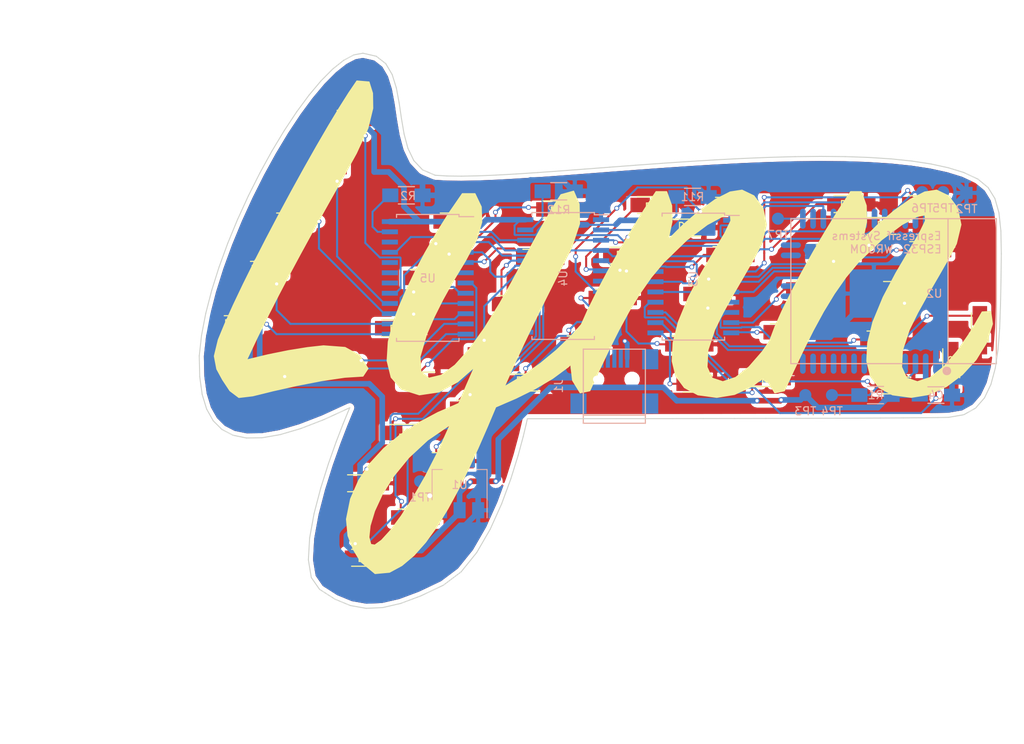
<source format=kicad_pcb>
(kicad_pcb (version 4) (host pcbnew 4.0.6)
  (layers (0 F.Cu signal) (31 B.Cu signal) (34 B.Paste user) (35 F.Paste user) (36 B.SilkS user) (37 F.SilkS user) (38 B.Mask user) (39 F.Mask user) (44 Edge.Cuts user))
  (net 0 "")
  (net 1 GND)
  (net 2 +5V)
  (net 3 33)
  (net 4 DATA)
  (net 5 CLK)
  (net 6 LATCH)
  (net 7 OE)
  (net 8 "Net-(R11-Pad1)")
  (net 9 "Net-(R12-Pad1)")
  (net 10 "Net-(U3-Pad22)")
  (net 11 "Net-(D1-Pad1)")
  (net 12 "Net-(D2-Pad1)")
  (net 13 "Net-(D3-Pad1)")
  (net 14 "Net-(D4-Pad1)")
  (net 15 "Net-(D5-Pad1)")
  (net 16 "Net-(D6-Pad1)")
  (net 17 "Net-(D7-Pad1)")
  (net 18 "Net-(D8-Pad1)")
  (net 19 "Net-(D9-Pad1)")
  (net 20 "Net-(D10-Pad1)")
  (net 21 "Net-(D11-Pad1)")
  (net 22 "Net-(D12-Pad1)")
  (net 23 "Net-(D13-Pad1)")
  (net 24 "Net-(D14-Pad1)")
  (net 25 "Net-(D15-Pad1)")
  (net 26 "Net-(D16-Pad1)")
  (net 27 "Net-(D17-Pad1)")
  (net 28 "Net-(D18-Pad1)")
  (net 29 "Net-(D19-Pad1)")
  (net 30 "Net-(D20-Pad1)")
  (net 31 "Net-(D21-Pad1)")
  (net 32 "Net-(D22-Pad1)")
  (net 33 "Net-(D23-Pad1)")
  (net 34 "Net-(D24-Pad1)")
  (net 35 "Net-(D25-Pad1)")
  (net 36 "Net-(D26-Pad1)")
  (net 37 "Net-(D27-Pad1)")
  (net 38 "Net-(D28-Pad1)")
  (net 39 "Net-(D29-Pad1)")
  (net 40 "Net-(D30-Pad1)")
  (net 41 "Net-(D31-Pad1)")
  (net 42 "Net-(D32-Pad1)")
  (net 43 "Net-(D33-Pad1)")
  (net 44 "Net-(D34-Pad1)")
  (net 45 "Net-(D35-Pad1)")
  (net 46 "Net-(D36-Pad1)")
  (net 47 "Net-(D37-Pad1)")
  (net 48 "Net-(D38-Pad1)")
  (net 49 "Net-(D39-Pad1)")
  (net 50 "Net-(D40-Pad1)")
  (net 51 "Net-(D41-Pad1)")
  (net 52 "Net-(D42-Pad1)")
  (net 53 "Net-(D43-Pad1)")
  (net 54 "Net-(D44-Pad1)")
  (net 55 "Net-(D45-Pad1)")
  (net 56 "Net-(D46-Pad1)")
  (net 57 "Net-(D47-Pad1)")
  (net 58 "Net-(D48-Pad1)")
  (net 59 "Net-(R2-Pad1)")
  (net 60 "Net-(U4-Pad22)")
  (net 61 "Net-(J1-Pad2)")
  (net 62 "Net-(J1-Pad3)")
  (net 63 "Net-(J1-Pad5)")
  (net 64 "Net-(R1-Pad2)")
  (net 65 "Net-(TP5-Pad1)")
  (net 66 "Net-(TP6-Pad1)")
  (net 67 "Net-(TP7-Pad1)")
  (net 68 "Net-(U2-Pad37)")
  (net 69 "Net-(U2-Pad36)")
  (net 70 "Net-(U2-Pad33)")
  (net 71 "Net-(U2-Pad32)")
  (net 72 "Net-(U2-Pad29)")
  (net 73 "Net-(U2-Pad26)")
  (net 74 "Net-(U2-Pad24)")
  (net 75 "Net-(U2-Pad23)")
  (net 76 "Net-(U2-Pad22)")
  (net 77 "Net-(U2-Pad21)")
  (net 78 "Net-(U2-Pad20)")
  (net 79 "Net-(U2-Pad19)")
  (net 80 "Net-(U2-Pad18)")
  (net 81 "Net-(U2-Pad17)")
  (net 82 "Net-(U2-Pad16)")
  (net 83 "Net-(U2-Pad14)")
  (net 84 "Net-(U2-Pad13)")
  (net 85 "Net-(U2-Pad12)")
  (net 86 "Net-(U2-Pad11)")
  (net 87 "Net-(U2-Pad10)")
  (net 88 "Net-(U2-Pad9)")
  (net 89 "Net-(U2-Pad8)")
  (net 90 "Net-(U2-Pad7)")
  (net 91 "Net-(U2-Pad6)")
  (net 92 "Net-(U2-Pad5)")
  (net 93 "Net-(U2-Pad4)")
  (net 94 "Net-(U5-Pad22)")
  (module Connectors:USB_Mini-B (layer B.Cu) (at 195.9 101.2 90)
    (fp_text reference J1 (at 0 -6.90118 90) (layer B.SilkS) (effects (justify mirror)))
    (fp_text value USB_B)
    (pad 1 smd rect (at 3.44932 1.6002 90) (size 2.30124 0.50038) (layers B.Cu B.Paste B.Mask) (net 2 +5V))
    (pad 2 smd rect (at 3.44932 0.8001 90) (size 2.30124 0.50038) (layers B.Cu B.Paste B.Mask) (net 61 "Net-(J1-Pad2)"))
    (pad 3 smd rect (at 3.44932 0 90) (size 2.30124 0.50038) (layers B.Cu B.Paste B.Mask) (net 62 "Net-(J1-Pad3)"))
    (pad 5 smd rect (at 3.44932 -0.8001 90) (size 2.30124 0.50038) (layers B.Cu B.Paste B.Mask) (net 63 "Net-(J1-Pad5)"))
    (pad 4 smd rect (at 3.44932 -1.6002 90) (size 2.30124 0.50038) (layers B.Cu B.Paste B.Mask) (net 1 GND))
    (pad 6 smd rect (at 3.35026 4.45008 90) (size 2.49936 1.99898) (layers B.Cu B.Paste B.Mask))
    (pad 6 smd rect (at -2.14884 4.45008 90) (size 2.49936 1.99898) (layers B.Cu B.Paste B.Mask))
    (pad 6 smd rect (at 3.35026 -4.45008 90) (size 2.49936 1.99898) (layers B.Cu B.Paste B.Mask))
    (pad 6 smd rect (at -2.14884 -4.45008 90) (size 2.49936 1.99898) (layers B.Cu B.Paste B.Mask))
    (pad "" np_thru_hole circle (at 0.8509 2.19964 90) (size 0.89916 0.89916) (drill 0.89916) (layers *.Cu *.Mask))
    (pad "" np_thru_hole circle (at 0.8509 -2.19964 90) (size 0.89916 0.89916) (drill 0.89916) (layers *.Cu *.Mask))
  )
  (module ESP32-footprints-Lib:ESP32-WROOM (layer B.Cu) (at 230.55 89.4 270)
    (fp_text reference U2 (at 0.3 -5.05 540) (layer B.SilkS) (effects (justify mirror)))
    (fp_text value ESP32-WROOM)
    (fp_text user "Espressif Systems" (at -6.858 0.889 540) (layer B.SilkS) (effects (justify mirror)))
    (fp_text user ESP32-WROOM (at -5.207 -0.254 540) (layer B.SilkS) (effects (justify mirror)))
    (pad 38 smd oval (at -9 -5.25 270) (size 2.5 0.7) (layers B.Cu B.Paste B.Mask) (net 1 GND))
    (pad 37 smd oval (at -9 -3.98 270) (size 2.5 0.7) (layers B.Cu B.Paste B.Mask) (net 68 "Net-(U2-Pad37)"))
    (pad 36 smd oval (at -9 -2.71 270) (size 2.5 0.7) (layers B.Cu B.Paste B.Mask) (net 69 "Net-(U2-Pad36)"))
    (pad 35 smd oval (at -9 -1.44 270) (size 2.5 0.7) (layers B.Cu B.Paste B.Mask) (net 65 "Net-(TP5-Pad1)"))
    (pad 34 smd oval (at -9 -0.17 270) (size 2.5 0.7) (layers B.Cu B.Paste B.Mask) (net 66 "Net-(TP6-Pad1)"))
    (pad 33 smd oval (at -9 1.1 270) (size 2.5 0.7) (layers B.Cu B.Paste B.Mask) (net 70 "Net-(U2-Pad33)"))
    (pad 32 smd oval (at -9 2.37 270) (size 2.5 0.7) (layers B.Cu B.Paste B.Mask) (net 71 "Net-(U2-Pad32)"))
    (pad 31 smd oval (at -9 3.64 270) (size 2.5 0.7) (layers B.Cu B.Paste B.Mask) (net 5 CLK))
    (pad 30 smd oval (at -9 4.91 270) (size 2.5 0.7) (layers B.Cu B.Paste B.Mask) (net 6 LATCH))
    (pad 29 smd oval (at -9 6.18 270) (size 2.5 0.7) (layers B.Cu B.Paste B.Mask) (net 72 "Net-(U2-Pad29)"))
    (pad 28 smd oval (at -9 7.45 270) (size 2.5 0.7) (layers B.Cu B.Paste B.Mask) (net 7 OE))
    (pad 27 smd oval (at -9 8.72 270) (size 2.5 0.7) (layers B.Cu B.Paste B.Mask) (net 4 DATA))
    (pad 26 smd oval (at -9 9.99 270) (size 2.5 0.7) (layers B.Cu B.Paste B.Mask) (net 73 "Net-(U2-Pad26)"))
    (pad 25 smd oval (at -9 11.26 270) (size 2.5 0.7) (layers B.Cu B.Paste B.Mask) (net 67 "Net-(TP7-Pad1)"))
    (pad 24 smd oval (at -5.715 12.75 270) (size 0.7 2.5) (layers B.Cu B.Paste B.Mask) (net 74 "Net-(U2-Pad24)"))
    (pad 23 smd oval (at -4.445 12.75 270) (size 0.7 2.5) (layers B.Cu B.Paste B.Mask) (net 75 "Net-(U2-Pad23)"))
    (pad 20 smd oval (at -0.635 12.75 270) (size 0.7 2.5) (layers B.Cu B.Paste B.Mask) (net 78 "Net-(U2-Pad20)"))
    (pad 19 smd oval (at 0.635 12.75 270) (size 0.7 2.5) (layers B.Cu B.Paste B.Mask) (net 79 "Net-(U2-Pad19)"))
    (pad 18 smd oval (at 1.905 12.75 270) (size 0.7 2.5) (layers B.Cu B.Paste B.Mask) (net 80 "Net-(U2-Pad18)"))
    (pad 17 smd oval (at 3.175 12.75 270) (size 0.7 2.5) (layers B.Cu B.Paste B.Mask) (net 81 "Net-(U2-Pad17)"))
    (pad 16 smd oval (at 4.445 12.75 270) (size 0.7 2.5) (layers B.Cu B.Paste B.Mask) (net 82 "Net-(U2-Pad16)"))
    (pad 15 smd oval (at 5.715 12.75 270) (size 0.7 2.5) (layers B.Cu B.Paste B.Mask) (net 1 GND))
    (pad 14 smd oval (at 9 11.26 270) (size 2.5 0.7) (layers B.Cu B.Paste B.Mask) (net 83 "Net-(U2-Pad14)"))
    (pad 13 smd oval (at 9 9.99 270) (size 2.5 0.7) (layers B.Cu B.Paste B.Mask) (net 84 "Net-(U2-Pad13)"))
    (pad 12 smd oval (at 9 8.72 270) (size 2.5 0.7) (layers B.Cu B.Paste B.Mask) (net 85 "Net-(U2-Pad12)"))
    (pad 11 smd oval (at 9 7.45 270) (size 2.5 0.7) (layers B.Cu B.Paste B.Mask) (net 86 "Net-(U2-Pad11)"))
    (pad 10 smd oval (at 9 6.18 270) (size 2.5 0.7) (layers B.Cu B.Paste B.Mask) (net 87 "Net-(U2-Pad10)"))
    (pad 9 smd oval (at 9 4.91 270) (size 2.5 0.7) (layers B.Cu B.Paste B.Mask) (net 88 "Net-(U2-Pad9)"))
    (pad 8 smd oval (at 9 3.64 270) (size 2.5 0.7) (layers B.Cu B.Paste B.Mask) (net 89 "Net-(U2-Pad8)"))
    (pad 7 smd oval (at 9 2.37 270) (size 2.5 0.7) (layers B.Cu B.Paste B.Mask) (net 90 "Net-(U2-Pad7)"))
    (pad 6 smd oval (at 9 1.1 270) (size 2.5 0.7) (layers B.Cu B.Paste B.Mask) (net 91 "Net-(U2-Pad6)"))
    (pad 5 smd oval (at 9 -0.17 270) (size 2.5 0.7) (layers B.Cu B.Paste B.Mask) (net 92 "Net-(U2-Pad5)"))
    (pad 4 smd oval (at 9 -1.44 270) (size 2.5 0.7) (layers B.Cu B.Paste B.Mask) (net 93 "Net-(U2-Pad4)"))
    (pad 3 smd oval (at 9 -2.71 270) (size 2.5 0.7) (layers B.Cu B.Paste B.Mask) (net 64 "Net-(R1-Pad2)"))
    (pad 2 smd oval (at 9 -3.98 270) (size 2.5 0.7) (layers B.Cu B.Paste B.Mask) (net 3 33))
    (pad 1 smd oval (at 9 -5.25 270) (size 2.5 0.7) (layers B.Cu B.Paste B.Mask) (net 1 GND))
    (pad 39 smd rect (at 0.3 2.45 270) (size 6 6) (layers B.Cu B.Paste B.Mask) (net 1 GND))
  )
  (module Resistors_SMD:R_1206_HandSoldering (layer B.Cu) (at 228.3 102.3 180)
    (fp_text reference R1 (at -0.035 0 360) (layer B.SilkS) (effects (justify mirror)))
    (fp_text value 10K)
    (pad 1 smd rect (at -2 0 180) (size 2 1.7) (layers B.Cu B.Paste B.Mask) (net 3 33))
    (pad 2 smd rect (at 2 0 180) (size 2 1.7) (layers B.Cu B.Paste B.Mask) (net 64 "Net-(R1-Pad2)"))
  )
  (module Resistors_SMD:R_1206_HandSoldering (layer B.Cu) (at 170.1 77.5)
    (fp_text reference R2 (at 0.215 0.075 180) (layer B.SilkS) (effects (justify mirror)))
    (fp_text value 330)
    (pad 1 smd rect (at -2 0) (size 2 1.7) (layers B.Cu B.Paste B.Mask) (net 59 "Net-(R2-Pad1)"))
    (pad 2 smd rect (at 2 0) (size 2 1.7) (layers B.Cu B.Paste B.Mask) (net 1 GND))
  )
  (module TO_SOT_Packages_SMD:SOT-223 (layer B.Cu) (at 176.7 113.45 90)
    (fp_text reference U1 (at 0 0 360) (layer B.SilkS) (effects (justify mirror)))
    (fp_text value LD1117S33TR)
    (pad 4 smd rect (at 3.15 0 90) (size 2 3.8) (layers B.Cu B.Paste B.Mask))
    (pad 2 smd rect (at -3.15 0 90) (size 2 1.5) (layers B.Cu B.Paste B.Mask) (net 3 33))
    (pad 3 smd rect (at -3.15 -2.3 90) (size 2 1.5) (layers B.Cu B.Paste B.Mask) (net 2 +5V))
    (pad 1 smd rect (at -3.15 2.3 90) (size 2 1.5) (layers B.Cu B.Paste B.Mask) (net 1 GND))
  )
  (module Capacitors_SMD:C_1206_HandSoldering (layer B.Cu) (at 235.8 102.3)
    (fp_text reference C4 (at 0 0) (layer B.SilkS) (effects (justify mirror)))
    (fp_text value 1u)
    (pad 1 smd rect (at -2 0) (size 2 1.6) (layers B.Cu B.Paste B.Mask) (net 3 33))
    (pad 2 smd rect (at 2 0) (size 2 1.6) (layers B.Cu B.Paste B.Mask) (net 1 GND))
  )
  (module Resistors_SMD:R_1206_HandSoldering (layer B.Cu) (at 205.6 77.7)
    (fp_text reference R11 (at 0 0) (layer B.SilkS) (effects (justify mirror)))
    (fp_text value 330)
    (pad 1 smd rect (at -2 0) (size 2 1.7) (layers B.Cu B.Paste B.Mask) (net 8 "Net-(R11-Pad1)"))
    (pad 2 smd rect (at 2 0) (size 2 1.7) (layers B.Cu B.Paste B.Mask) (net 1 GND))
  )
  (module Resistors_SMD:R_1206_HandSoldering (layer B.Cu) (at 189 77)
    (fp_text reference R12 (at 0 2.3) (layer B.SilkS) (effects (justify mirror)))
    (fp_text value 330)
    (pad 1 smd rect (at -2 0) (size 2 1.7) (layers B.Cu B.Paste B.Mask) (net 9 "Net-(R12-Pad1)"))
    (pad 2 smd rect (at 2 0) (size 2 1.7) (layers B.Cu B.Paste B.Mask) (net 1 GND))
  )
  (module Housings_SOIC:SOIC-24W_7.5x15.4mm_Pitch1.27mm (layer B.Cu) (at 205.7 87.595 180)
    (fp_text reference U3 (at 0 -0.285 450) (layer B.SilkS) (effects (justify mirror)))
    (fp_text value TLC5926IDW)
    (pad 1 smd rect (at -4.7 6.985 180) (size 2 0.6) (layers B.Cu B.Paste B.Mask) (net 1 GND))
    (pad 2 smd rect (at -4.7 5.715 180) (size 2 0.6) (layers B.Cu B.Paste B.Mask) (net 4 DATA))
    (pad 3 smd rect (at -4.7 4.445 180) (size 2 0.6) (layers B.Cu B.Paste B.Mask) (net 5 CLK))
    (pad 4 smd rect (at -4.7 3.175 180) (size 2 0.6) (layers B.Cu B.Paste B.Mask) (net 6 LATCH))
    (pad 5 smd rect (at -4.7 1.905 180) (size 2 0.6) (layers B.Cu B.Paste B.Mask) (net 11 "Net-(D1-Pad1)"))
    (pad 6 smd rect (at -4.7 0.635 180) (size 2 0.6) (layers B.Cu B.Paste B.Mask) (net 12 "Net-(D2-Pad1)"))
    (pad 7 smd rect (at -4.7 -0.635 180) (size 2 0.6) (layers B.Cu B.Paste B.Mask) (net 13 "Net-(D3-Pad1)"))
    (pad 8 smd rect (at -4.7 -1.905 180) (size 2 0.6) (layers B.Cu B.Paste B.Mask) (net 14 "Net-(D4-Pad1)"))
    (pad 9 smd rect (at -4.7 -3.175 180) (size 2 0.6) (layers B.Cu B.Paste B.Mask) (net 15 "Net-(D5-Pad1)"))
    (pad 10 smd rect (at -4.7 -4.445 180) (size 2 0.6) (layers B.Cu B.Paste B.Mask) (net 16 "Net-(D6-Pad1)"))
    (pad 11 smd rect (at -4.7 -5.715 180) (size 2 0.6) (layers B.Cu B.Paste B.Mask) (net 17 "Net-(D7-Pad1)"))
    (pad 12 smd rect (at -4.7 -6.985 180) (size 2 0.6) (layers B.Cu B.Paste B.Mask) (net 18 "Net-(D8-Pad1)"))
    (pad 13 smd rect (at 4.7 -6.985 180) (size 2 0.6) (layers B.Cu B.Paste B.Mask) (net 19 "Net-(D9-Pad1)"))
    (pad 14 smd rect (at 4.7 -5.715 180) (size 2 0.6) (layers B.Cu B.Paste B.Mask) (net 20 "Net-(D10-Pad1)"))
    (pad 15 smd rect (at 4.7 -4.445 180) (size 2 0.6) (layers B.Cu B.Paste B.Mask) (net 21 "Net-(D11-Pad1)"))
    (pad 16 smd rect (at 4.7 -3.175 180) (size 2 0.6) (layers B.Cu B.Paste B.Mask) (net 22 "Net-(D12-Pad1)"))
    (pad 17 smd rect (at 4.7 -1.905 180) (size 2 0.6) (layers B.Cu B.Paste B.Mask) (net 23 "Net-(D13-Pad1)"))
    (pad 18 smd rect (at 4.7 -0.635 180) (size 2 0.6) (layers B.Cu B.Paste B.Mask) (net 24 "Net-(D14-Pad1)"))
    (pad 19 smd rect (at 4.7 0.635 180) (size 2 0.6) (layers B.Cu B.Paste B.Mask) (net 25 "Net-(D15-Pad1)"))
    (pad 20 smd rect (at 4.7 1.905 180) (size 2 0.6) (layers B.Cu B.Paste B.Mask) (net 26 "Net-(D16-Pad1)"))
    (pad 21 smd rect (at 4.7 3.175 180) (size 2 0.6) (layers B.Cu B.Paste B.Mask) (net 7 OE))
    (pad 22 smd rect (at 4.7 4.445 180) (size 2 0.6) (layers B.Cu B.Paste B.Mask) (net 10 "Net-(U3-Pad22)"))
    (pad 23 smd rect (at 4.7 5.715 180) (size 2 0.6) (layers B.Cu B.Paste B.Mask) (net 8 "Net-(R11-Pad1)"))
    (pad 24 smd rect (at 4.7 6.985 180) (size 2 0.6) (layers B.Cu B.Paste B.Mask) (net 3 33))
  )
  (module Housings_SOIC:SOIC-24W_7.5x15.4mm_Pitch1.27mm (layer B.Cu) (at 189.55 87.515 180)
    (fp_text reference U4 (at 0 -0.285 270) (layer B.SilkS) (effects (justify mirror)))
    (fp_text value TLC5926IDW)
    (pad 1 smd rect (at -4.7 6.985 180) (size 2 0.6) (layers B.Cu B.Paste B.Mask) (net 1 GND))
    (pad 2 smd rect (at -4.7 5.715 180) (size 2 0.6) (layers B.Cu B.Paste B.Mask) (net 10 "Net-(U3-Pad22)"))
    (pad 3 smd rect (at -4.7 4.445 180) (size 2 0.6) (layers B.Cu B.Paste B.Mask) (net 5 CLK))
    (pad 4 smd rect (at -4.7 3.175 180) (size 2 0.6) (layers B.Cu B.Paste B.Mask) (net 6 LATCH))
    (pad 5 smd rect (at -4.7 1.905 180) (size 2 0.6) (layers B.Cu B.Paste B.Mask) (net 27 "Net-(D17-Pad1)"))
    (pad 6 smd rect (at -4.7 0.635 180) (size 2 0.6) (layers B.Cu B.Paste B.Mask) (net 28 "Net-(D18-Pad1)"))
    (pad 7 smd rect (at -4.7 -0.635 180) (size 2 0.6) (layers B.Cu B.Paste B.Mask) (net 29 "Net-(D19-Pad1)"))
    (pad 8 smd rect (at -4.7 -1.905 180) (size 2 0.6) (layers B.Cu B.Paste B.Mask) (net 30 "Net-(D20-Pad1)"))
    (pad 9 smd rect (at -4.7 -3.175 180) (size 2 0.6) (layers B.Cu B.Paste B.Mask) (net 31 "Net-(D21-Pad1)"))
    (pad 10 smd rect (at -4.7 -4.445 180) (size 2 0.6) (layers B.Cu B.Paste B.Mask) (net 32 "Net-(D22-Pad1)"))
    (pad 11 smd rect (at -4.7 -5.715 180) (size 2 0.6) (layers B.Cu B.Paste B.Mask) (net 33 "Net-(D23-Pad1)"))
    (pad 12 smd rect (at -4.7 -6.985 180) (size 2 0.6) (layers B.Cu B.Paste B.Mask) (net 34 "Net-(D24-Pad1)"))
    (pad 13 smd rect (at 4.7 -6.985 180) (size 2 0.6) (layers B.Cu B.Paste B.Mask) (net 35 "Net-(D25-Pad1)"))
    (pad 14 smd rect (at 4.7 -5.715 180) (size 2 0.6) (layers B.Cu B.Paste B.Mask) (net 36 "Net-(D26-Pad1)"))
    (pad 15 smd rect (at 4.7 -4.445 180) (size 2 0.6) (layers B.Cu B.Paste B.Mask) (net 37 "Net-(D27-Pad1)"))
    (pad 16 smd rect (at 4.7 -3.175 180) (size 2 0.6) (layers B.Cu B.Paste B.Mask) (net 38 "Net-(D28-Pad1)"))
    (pad 17 smd rect (at 4.7 -1.905 180) (size 2 0.6) (layers B.Cu B.Paste B.Mask) (net 39 "Net-(D29-Pad1)"))
    (pad 18 smd rect (at 4.7 -0.635 180) (size 2 0.6) (layers B.Cu B.Paste B.Mask) (net 40 "Net-(D30-Pad1)"))
    (pad 19 smd rect (at 4.7 0.635 180) (size 2 0.6) (layers B.Cu B.Paste B.Mask) (net 41 "Net-(D31-Pad1)"))
    (pad 20 smd rect (at 4.7 1.905 180) (size 2 0.6) (layers B.Cu B.Paste B.Mask) (net 42 "Net-(D32-Pad1)"))
    (pad 21 smd rect (at 4.7 3.175 180) (size 2 0.6) (layers B.Cu B.Paste B.Mask) (net 7 OE))
    (pad 22 smd rect (at 4.7 4.445 180) (size 2 0.6) (layers B.Cu B.Paste B.Mask) (net 60 "Net-(U4-Pad22)"))
    (pad 23 smd rect (at 4.7 5.715 180) (size 2 0.6) (layers B.Cu B.Paste B.Mask) (net 9 "Net-(R12-Pad1)"))
    (pad 24 smd rect (at 4.7 6.985 180) (size 2 0.6) (layers B.Cu B.Paste B.Mask) (net 3 33))
  )
  (module LEDs:LED_1206_HandSoldering (layer F.Cu) (at 241.25 94.25 270)
    (fp_text reference D1 (at 0 0 270) (layer F.SilkS))
    (fp_text value LED)
    (pad 2 smd rect (at 1.8 0 90) (size 2.4 1.80086) (layers F.Cu F.Paste F.Mask) (net 2 +5V))
    (pad 1 smd rect (at -1.8 0 90) (size 2.4 1.80086) (layers F.Cu F.Paste F.Mask) (net 11 "Net-(D1-Pad1)"))
  )
  (module LEDs:LED_1206_HandSoldering (layer F.Cu) (at 234.6 78.6)
    (fp_text reference D2 (at 0 -0.1) (layer F.SilkS))
    (fp_text value LED)
    (pad 2 smd rect (at 1.8 0 180) (size 2.4 1.80086) (layers F.Cu F.Paste F.Mask) (net 2 +5V))
    (pad 1 smd rect (at -1.8 0 180) (size 2.4 1.80086) (layers F.Cu F.Paste F.Mask) (net 12 "Net-(D2-Pad1)"))
  )
  (module LEDs:LED_1206_HandSoldering (layer F.Cu) (at 229.4 81.3)
    (fp_text reference D3 (at 0 0) (layer F.SilkS))
    (fp_text value LED)
    (pad 2 smd rect (at 1.8 0 180) (size 2.4 1.80086) (layers F.Cu F.Paste F.Mask) (net 2 +5V))
    (pad 1 smd rect (at -1.8 0 180) (size 2.4 1.80086) (layers F.Cu F.Paste F.Mask) (net 13 "Net-(D3-Pad1)"))
  )
  (module LEDs:LED_1206_HandSoldering (layer F.Cu) (at 234.7 84.3)
    (fp_text reference D4 (at 0 0) (layer F.SilkS))
    (fp_text value LED)
    (pad 2 smd rect (at 1.8 0 180) (size 2.4 1.80086) (layers F.Cu F.Paste F.Mask) (net 2 +5V))
    (pad 1 smd rect (at -1.8 0 180) (size 2.4 1.80086) (layers F.Cu F.Paste F.Mask) (net 14 "Net-(D4-Pad1)"))
  )
  (module LEDs:LED_1206_HandSoldering (layer F.Cu) (at 231.45 89.25)
    (fp_text reference D5 (at -0.15 0.05) (layer F.SilkS))
    (fp_text value LED)
    (pad 2 smd rect (at 1.8 0 180) (size 2.4 1.80086) (layers F.Cu F.Paste F.Mask) (net 2 +5V))
    (pad 1 smd rect (at -1.8 0 180) (size 2.4 1.80086) (layers F.Cu F.Paste F.Mask) (net 15 "Net-(D5-Pad1)"))
  )
  (module LEDs:LED_1206_HandSoldering (layer F.Cu) (at 229.4 95.4)
    (fp_text reference D6 (at 0 0) (layer F.SilkS))
    (fp_text value LED)
    (pad 2 smd rect (at 1.8 0 180) (size 2.4 1.80086) (layers F.Cu F.Paste F.Mask) (net 2 +5V))
    (pad 1 smd rect (at -1.8 0 180) (size 2.4 1.80086) (layers F.Cu F.Paste F.Mask) (net 16 "Net-(D6-Pad1)"))
  )
  (module LEDs:LED_1206_HandSoldering (layer F.Cu) (at 220.2 89.2)
    (fp_text reference D7 (at 0 -0.1) (layer F.SilkS))
    (fp_text value LED)
    (pad 2 smd rect (at 1.8 0 180) (size 2.4 1.80086) (layers F.Cu F.Paste F.Mask) (net 2 +5V))
    (pad 1 smd rect (at -1.8 0 180) (size 2.4 1.80086) (layers F.Cu F.Paste F.Mask) (net 17 "Net-(D7-Pad1)"))
  )
  (module LEDs:LED_1206_HandSoldering (layer F.Cu) (at 217.4 94.5)
    (fp_text reference D8 (at -0.1 -0.1) (layer F.SilkS))
    (fp_text value LED)
    (pad 2 smd rect (at 1.8 0 180) (size 2.4 1.80086) (layers F.Cu F.Paste F.Mask) (net 2 +5V))
    (pad 1 smd rect (at -1.8 0 180) (size 2.4 1.80086) (layers F.Cu F.Paste F.Mask) (net 18 "Net-(D8-Pad1)"))
  )
  (module LEDs:LED_1206_HandSoldering (layer F.Cu) (at 206.6 100.9)
    (fp_text reference D9 (at -0.1 0) (layer F.SilkS))
    (fp_text value LED)
    (pad 2 smd rect (at 1.8 0 180) (size 2.4 1.80086) (layers F.Cu F.Paste F.Mask) (net 2 +5V))
    (pad 1 smd rect (at -1.8 0 180) (size 2.4 1.80086) (layers F.Cu F.Paste F.Mask) (net 19 "Net-(D9-Pad1)"))
  )
  (module LEDs:LED_1206_HandSoldering (layer F.Cu) (at 214.8 100.2)
    (fp_text reference D10 (at 0 -0.1) (layer F.SilkS))
    (fp_text value LED)
    (pad 2 smd rect (at 1.8 0 180) (size 2.4 1.80086) (layers F.Cu F.Paste F.Mask) (net 2 +5V))
    (pad 1 smd rect (at -1.8 0 180) (size 2.4 1.80086) (layers F.Cu F.Paste F.Mask) (net 20 "Net-(D10-Pad1)"))
  )
  (module LEDs:LED_1206_HandSoldering (layer F.Cu) (at 231.2 101.1)
    (fp_text reference D11 (at 0 0) (layer F.SilkS))
    (fp_text value LED)
    (pad 2 smd rect (at 1.8 0 180) (size 2.4 1.80086) (layers F.Cu F.Paste F.Mask) (net 2 +5V))
    (pad 1 smd rect (at -1.8 0 180) (size 2.4 1.80086) (layers F.Cu F.Paste F.Mask) (net 21 "Net-(D11-Pad1)"))
  )
  (module LEDs:LED_1206_HandSoldering (layer F.Cu) (at 237.7 98.7 270)
    (fp_text reference D12 (at 0.1 -0.2 270) (layer F.SilkS))
    (fp_text value LED)
    (pad 2 smd rect (at 1.8 0 90) (size 2.4 1.80086) (layers F.Cu F.Paste F.Mask) (net 2 +5V))
    (pad 1 smd rect (at -1.8 0 90) (size 2.4 1.80086) (layers F.Cu F.Paste F.Mask) (net 22 "Net-(D12-Pad1)"))
  )
  (module LEDs:LED_1206_HandSoldering (layer F.Cu) (at 223.1 84.7)
    (fp_text reference D13 (at 0 -0.1) (layer F.SilkS))
    (fp_text value LED)
    (pad 2 smd rect (at 1.8 0 180) (size 2.4 1.80086) (layers F.Cu F.Paste F.Mask) (net 2 +5V))
    (pad 1 smd rect (at -1.8 0 180) (size 2.4 1.80086) (layers F.Cu F.Paste F.Mask) (net 23 "Net-(D13-Pad1)"))
  )
  (module LEDs:LED_1206_HandSoldering (layer F.Cu) (at 225.3 78.6)
    (fp_text reference D14 (at 0 0.1) (layer F.SilkS))
    (fp_text value LED)
    (pad 2 smd rect (at 1.8 0 180) (size 2.4 1.80086) (layers F.Cu F.Paste F.Mask) (net 2 +5V))
    (pad 1 smd rect (at -1.8 0 180) (size 2.4 1.80086) (layers F.Cu F.Paste F.Mask) (net 24 "Net-(D14-Pad1)"))
  )
  (module LEDs:LED_1206_HandSoldering (layer F.Cu) (at 205.2 96)
    (fp_text reference D15 (at -0.1 -0.1) (layer F.SilkS))
    (fp_text value LED)
    (pad 2 smd rect (at 1.8 0 180) (size 2.4 1.80086) (layers F.Cu F.Paste F.Mask) (net 2 +5V))
    (pad 1 smd rect (at -1.8 0 180) (size 2.4 1.80086) (layers F.Cu F.Paste F.Mask) (net 25 "Net-(D15-Pad1)"))
  )
  (module LEDs:LED_1206_HandSoldering (layer F.Cu) (at 207.45 89.75)
    (fp_text reference D16 (at -0.05 0.15) (layer F.SilkS))
    (fp_text value LED)
    (pad 2 smd rect (at 1.8 0 180) (size 2.4 1.80086) (layers F.Cu F.Paste F.Mask) (net 2 +5V))
    (pad 1 smd rect (at -1.8 0 180) (size 2.4 1.80086) (layers F.Cu F.Paste F.Mask) (net 26 "Net-(D16-Pad1)"))
  )
  (module LEDs:LED_1206_HandSoldering (layer F.Cu) (at 197.5 85)
    (fp_text reference D17 (at 0 0) (layer F.SilkS))
    (fp_text value LED)
    (pad 2 smd rect (at 1.8 0 180) (size 2.4 1.80086) (layers F.Cu F.Paste F.Mask) (net 2 +5V))
    (pad 1 smd rect (at -1.8 0 180) (size 2.4 1.80086) (layers F.Cu F.Paste F.Mask) (net 27 "Net-(D17-Pad1)"))
  )
  (module LEDs:LED_1206_HandSoldering (layer F.Cu) (at 200.9 78.7)
    (fp_text reference D18 (at 0.2 0.3) (layer F.SilkS))
    (fp_text value LED)
    (pad 2 smd rect (at 1.8 0 180) (size 2.4 1.80086) (layers F.Cu F.Paste F.Mask) (net 2 +5V))
    (pad 1 smd rect (at -1.8 0 180) (size 2.4 1.80086) (layers F.Cu F.Paste F.Mask) (net 28 "Net-(D18-Pad1)"))
  )
  (module LEDs:LED_1206_HandSoldering (layer F.Cu) (at 205.2 81.5)
    (fp_text reference D19 (at 0 -0.1) (layer F.SilkS))
    (fp_text value LED)
    (pad 2 smd rect (at 1.8 0 180) (size 2.4 1.80086) (layers F.Cu F.Paste F.Mask) (net 2 +5V))
    (pad 1 smd rect (at -1.8 0 180) (size 2.4 1.80086) (layers F.Cu F.Paste F.Mask) (net 29 "Net-(D19-Pad1)"))
  )
  (module LEDs:LED_1206_HandSoldering (layer F.Cu) (at 210.6 78.8)
    (fp_text reference D20 (at 0 0) (layer F.SilkS))
    (fp_text value LED)
    (pad 2 smd rect (at 1.8 0 180) (size 2.4 1.80086) (layers F.Cu F.Paste F.Mask) (net 2 +5V))
    (pad 1 smd rect (at -1.8 0 180) (size 2.4 1.80086) (layers F.Cu F.Paste F.Mask) (net 30 "Net-(D20-Pad1)"))
  )
  (module LEDs:LED_1206_HandSoldering (layer F.Cu) (at 210.3 84.9)
    (fp_text reference D21 (at 0 -0.1) (layer F.SilkS))
    (fp_text value LED)
    (pad 2 smd rect (at 1.8 0 180) (size 2.4 1.80086) (layers F.Cu F.Paste F.Mask) (net 2 +5V))
    (pad 1 smd rect (at -1.8 0 180) (size 2.4 1.80086) (layers F.Cu F.Paste F.Mask) (net 31 "Net-(D21-Pad1)"))
  )
  (module LEDs:LED_1206_HandSoldering (layer F.Cu) (at 195.7 90.25)
    (fp_text reference D22 (at 0 -0.05) (layer F.SilkS))
    (fp_text value LED)
    (pad 2 smd rect (at 1.8 0 180) (size 2.4 1.80086) (layers F.Cu F.Paste F.Mask) (net 2 +5V))
    (pad 1 smd rect (at -1.8 0 180) (size 2.4 1.80086) (layers F.Cu F.Paste F.Mask) (net 32 "Net-(D22-Pad1)"))
  )
  (module LEDs:LED_1206_HandSoldering (layer F.Cu) (at 192.2 96)
    (fp_text reference D23 (at -0.1 0) (layer F.SilkS))
    (fp_text value LED)
    (pad 2 smd rect (at 1.8 0 180) (size 2.4 1.80086) (layers F.Cu F.Paste F.Mask) (net 2 +5V))
    (pad 1 smd rect (at -1.8 0 180) (size 2.4 1.80086) (layers F.Cu F.Paste F.Mask) (net 33 "Net-(D23-Pad1)"))
  )
  (module LEDs:LED_1206_HandSoldering (layer F.Cu) (at 185.25 100.75)
    (fp_text reference D24 (at -0.15 -0.15) (layer F.SilkS))
    (fp_text value LED)
    (pad 2 smd rect (at 1.8 0 180) (size 2.4 1.80086) (layers F.Cu F.Paste F.Mask) (net 2 +5V))
    (pad 1 smd rect (at -1.8 0 180) (size 2.4 1.80086) (layers F.Cu F.Paste F.Mask) (net 34 "Net-(D24-Pad1)"))
  )
  (module LEDs:LED_1206_HandSoldering (layer F.Cu) (at 178.5 104)
    (fp_text reference D25 (at 0.1 0) (layer F.SilkS))
    (fp_text value LED)
    (pad 2 smd rect (at 1.8 0 180) (size 2.4 1.80086) (layers F.Cu F.Paste F.Mask) (net 2 +5V))
    (pad 1 smd rect (at -1.8 0 180) (size 2.4 1.80086) (layers F.Cu F.Paste F.Mask) (net 35 "Net-(D25-Pad1)"))
  )
  (module LEDs:LED_1206_HandSoldering (layer F.Cu) (at 170.2 107)
    (fp_text reference D26 (at 0.3 0.7) (layer F.SilkS))
    (fp_text value LED)
    (pad 2 smd rect (at 1.8 0 180) (size 2.4 1.80086) (layers F.Cu F.Paste F.Mask) (net 2 +5V))
    (pad 1 smd rect (at -1.8 0 180) (size 2.4 1.80086) (layers F.Cu F.Paste F.Mask) (net 36 "Net-(D26-Pad1)"))
  )
  (module LEDs:LED_1206_HandSoldering (layer F.Cu) (at 164.95 113.25)
    (fp_text reference D27 (at 0.55 0.05) (layer F.SilkS))
    (fp_text value LED)
    (pad 2 smd rect (at 1.8 0 180) (size 2.4 1.80086) (layers F.Cu F.Paste F.Mask) (net 2 +5V))
    (pad 1 smd rect (at -1.8 0 180) (size 2.4 1.80086) (layers F.Cu F.Paste F.Mask) (net 37 "Net-(D27-Pad1)"))
  )
  (module LEDs:LED_1206_HandSoldering (layer F.Cu) (at 165.45 122.5)
    (fp_text reference D28 (at 0 0) (layer F.SilkS))
    (fp_text value LED)
    (pad 2 smd rect (at 1.8 0 180) (size 2.4 1.80086) (layers F.Cu F.Paste F.Mask) (net 2 +5V))
    (pad 1 smd rect (at -1.8 0 180) (size 2.4 1.80086) (layers F.Cu F.Paste F.Mask) (net 38 "Net-(D28-Pad1)"))
  )
  (module LEDs:LED_1206_HandSoldering (layer F.Cu) (at 171.2 117.5)
    (fp_text reference D29 (at 0.1 0) (layer F.SilkS))
    (fp_text value LED)
    (pad 2 smd rect (at 1.8 0 180) (size 2.4 1.80086) (layers F.Cu F.Paste F.Mask) (net 2 +5V))
    (pad 1 smd rect (at -1.8 0 180) (size 2.4 1.80086) (layers F.Cu F.Paste F.Mask) (net 39 "Net-(D29-Pad1)"))
  )
  (module LEDs:LED_1206_HandSoldering (layer F.Cu) (at 175.45 110.5)
    (fp_text reference D30 (at -0.05 0) (layer F.SilkS))
    (fp_text value LED)
    (pad 2 smd rect (at 1.8 0 180) (size 2.4 1.80086) (layers F.Cu F.Paste F.Mask) (net 2 +5V))
    (pad 1 smd rect (at -1.8 0 180) (size 2.4 1.80086) (layers F.Cu F.Paste F.Mask) (net 40 "Net-(D30-Pad1)"))
  )
  (module LEDs:LED_1206_HandSoldering (layer F.Cu) (at 180.7 97.25)
    (fp_text reference D31 (at 0 -0.15) (layer F.SilkS))
    (fp_text value LED)
    (pad 2 smd rect (at 1.8 0 180) (size 2.4 1.80086) (layers F.Cu F.Paste F.Mask) (net 2 +5V))
    (pad 1 smd rect (at -1.8 0 180) (size 2.4 1.80086) (layers F.Cu F.Paste F.Mask) (net 41 "Net-(D31-Pad1)"))
  )
  (module LEDs:LED_1206_HandSoldering (layer F.Cu) (at 183.7 91)
    (fp_text reference D32 (at 0 0) (layer F.SilkS))
    (fp_text value LED)
    (pad 2 smd rect (at 1.8 0 180) (size 2.4 1.80086) (layers F.Cu F.Paste F.Mask) (net 2 +5V))
    (pad 1 smd rect (at -1.8 0 180) (size 2.4 1.80086) (layers F.Cu F.Paste F.Mask) (net 42 "Net-(D32-Pad1)"))
  )
  (module LEDs:LED_1206_HandSoldering (layer F.Cu) (at 186.7 85.25)
    (fp_text reference D33 (at -0.2 0.05) (layer F.SilkS))
    (fp_text value LED)
    (pad 2 smd rect (at 1.8 0 180) (size 2.4 1.80086) (layers F.Cu F.Paste F.Mask) (net 2 +5V))
    (pad 1 smd rect (at -1.8 0 180) (size 2.4 1.80086) (layers F.Cu F.Paste F.Mask) (net 43 "Net-(D33-Pad1)"))
  )
  (module LEDs:LED_1206_HandSoldering (layer F.Cu) (at 189.2 79.25)
    (fp_text reference D34 (at 0.1 0.25) (layer F.SilkS))
    (fp_text value LED)
    (pad 2 smd rect (at 1.8 0 180) (size 2.4 1.80086) (layers F.Cu F.Paste F.Mask) (net 2 +5V))
    (pad 1 smd rect (at -1.8 0 180) (size 2.4 1.80086) (layers F.Cu F.Paste F.Mask) (net 44 "Net-(D34-Pad1)"))
  )
  (module LEDs:LED_1206_HandSoldering (layer F.Cu) (at 172.2 100.5)
    (fp_text reference D35 (at 0.2 0.4) (layer F.SilkS))
    (fp_text value LED)
    (pad 2 smd rect (at 1.8 0 180) (size 2.4 1.80086) (layers F.Cu F.Paste F.Mask) (net 2 +5V))
    (pad 1 smd rect (at -1.8 0 180) (size 2.4 1.80086) (layers F.Cu F.Paste F.Mask) (net 45 "Net-(D35-Pad1)"))
  )
  (module LEDs:LED_1206_HandSoldering (layer F.Cu) (at 169.2 94)
    (fp_text reference D36 (at 0.2 0.2) (layer F.SilkS))
    (fp_text value LED)
    (pad 2 smd rect (at 1.8 0 180) (size 2.4 1.80086) (layers F.Cu F.Paste F.Mask) (net 2 +5V))
    (pad 1 smd rect (at -1.8 0 180) (size 2.4 1.80086) (layers F.Cu F.Paste F.Mask) (net 46 "Net-(D36-Pad1)"))
  )
  (module LEDs:LED_1206_HandSoldering (layer F.Cu) (at 172.7 87.75)
    (fp_text reference D37 (at 0 0.05) (layer F.SilkS))
    (fp_text value LED)
    (pad 2 smd rect (at 1.8 0 180) (size 2.4 1.80086) (layers F.Cu F.Paste F.Mask) (net 2 +5V))
    (pad 1 smd rect (at -1.8 0 180) (size 2.4 1.80086) (layers F.Cu F.Paste F.Mask) (net 47 "Net-(D37-Pad1)"))
  )
  (module LEDs:LED_1206_HandSoldering (layer F.Cu) (at 176.45 80.75)
    (fp_text reference D38 (at 0.05 0.05) (layer F.SilkS))
    (fp_text value LED)
    (pad 2 smd rect (at 1.8 0 180) (size 2.4 1.80086) (layers F.Cu F.Paste F.Mask) (net 2 +5V))
    (pad 1 smd rect (at -1.8 0 180) (size 2.4 1.80086) (layers F.Cu F.Paste F.Mask) (net 48 "Net-(D38-Pad1)"))
  )
  (module LEDs:LED_1206_HandSoldering (layer F.Cu) (at 160.7 98.25 180)
    (fp_text reference D39 (at 0.1 -0.05 180) (layer F.SilkS))
    (fp_text value LED)
    (pad 2 smd rect (at 1.8 0) (size 2.4 1.80086) (layers F.Cu F.Paste F.Mask) (net 2 +5V))
    (pad 1 smd rect (at -1.8 0) (size 2.4 1.80086) (layers F.Cu F.Paste F.Mask) (net 49 "Net-(D39-Pad1)"))
  )
  (module LEDs:LED_1206_HandSoldering (layer F.Cu) (at 150.7 100 180)
    (fp_text reference D40 (at -0.1 0 180) (layer F.SilkS))
    (fp_text value LED)
    (pad 2 smd rect (at 1.8 0) (size 2.4 1.80086) (layers F.Cu F.Paste F.Mask) (net 2 +5V))
    (pad 1 smd rect (at -1.8 0) (size 2.4 1.80086) (layers F.Cu F.Paste F.Mask) (net 50 "Net-(D40-Pad1)"))
  )
  (module LEDs:LED_1206_HandSoldering (layer F.Cu) (at 148.95 93.5 180)
    (fp_text reference D41 (at 0.05 0 180) (layer F.SilkS))
    (fp_text value LED)
    (pad 2 smd rect (at 1.8 0) (size 2.4 1.80086) (layers F.Cu F.Paste F.Mask) (net 2 +5V))
    (pad 1 smd rect (at -1.8 0) (size 2.4 1.80086) (layers F.Cu F.Paste F.Mask) (net 51 "Net-(D41-Pad1)"))
  )
  (module LEDs:LED_1206_HandSoldering (layer F.Cu) (at 152.2 86.75 180)
    (fp_text reference D42 (at 0 0 180) (layer F.SilkS))
    (fp_text value LED)
    (pad 2 smd rect (at 1.8 0) (size 2.4 1.80086) (layers F.Cu F.Paste F.Mask) (net 2 +5V))
    (pad 1 smd rect (at -1.8 0) (size 2.4 1.80086) (layers F.Cu F.Paste F.Mask) (net 52 "Net-(D42-Pad1)"))
  )
  (module LEDs:LED_1206_HandSoldering (layer F.Cu) (at 155.45 80.75 180)
    (fp_text reference D43 (at -0.05 -0.15 180) (layer F.SilkS))
    (fp_text value LED)
    (pad 2 smd rect (at 1.8 0) (size 2.4 1.80086) (layers F.Cu F.Paste F.Mask) (net 2 +5V))
    (pad 1 smd rect (at -1.8 0) (size 2.4 1.80086) (layers F.Cu F.Paste F.Mask) (net 53 "Net-(D43-Pad1)"))
  )
  (module LEDs:LED_1206_HandSoldering (layer F.Cu) (at 159.7 74 180)
    (fp_text reference D44 (at 0 0 180) (layer F.SilkS))
    (fp_text value LED)
    (pad 2 smd rect (at 1.8 0) (size 2.4 1.80086) (layers F.Cu F.Paste F.Mask) (net 2 +5V))
    (pad 1 smd rect (at -1.8 0) (size 2.4 1.80086) (layers F.Cu F.Paste F.Mask) (net 54 "Net-(D44-Pad1)"))
  )
  (module LEDs:LED_1206_HandSoldering (layer F.Cu) (at 162.95 68 180)
    (fp_text reference D45 (at 0.05 -0.1 180) (layer F.SilkS))
    (fp_text value LED)
    (pad 2 smd rect (at 1.8 0) (size 2.4 1.80086) (layers F.Cu F.Paste F.Mask) (net 2 +5V))
    (pad 1 smd rect (at -1.8 0) (size 2.4 1.80086) (layers F.Cu F.Paste F.Mask) (net 55 "Net-(D45-Pad1)"))
  )
  (module Housings_SOIC:SOIC-24W_7.5x15.4mm_Pitch1.27mm (layer B.Cu) (at 172.75 87.75 180)
    (fp_text reference U5 (at 0 -0.05 180) (layer B.SilkS) (effects (justify mirror)))
    (fp_text value TLC5926IDW)
    (pad 1 smd rect (at -4.7 6.985 180) (size 2 0.6) (layers B.Cu B.Paste B.Mask) (net 1 GND))
    (pad 2 smd rect (at -4.7 5.715 180) (size 2 0.6) (layers B.Cu B.Paste B.Mask) (net 60 "Net-(U4-Pad22)"))
    (pad 3 smd rect (at -4.7 4.445 180) (size 2 0.6) (layers B.Cu B.Paste B.Mask) (net 5 CLK))
    (pad 4 smd rect (at -4.7 3.175 180) (size 2 0.6) (layers B.Cu B.Paste B.Mask) (net 6 LATCH))
    (pad 5 smd rect (at -4.7 1.905 180) (size 2 0.6) (layers B.Cu B.Paste B.Mask) (net 43 "Net-(D33-Pad1)"))
    (pad 6 smd rect (at -4.7 0.635 180) (size 2 0.6) (layers B.Cu B.Paste B.Mask) (net 44 "Net-(D34-Pad1)"))
    (pad 7 smd rect (at -4.7 -0.635 180) (size 2 0.6) (layers B.Cu B.Paste B.Mask) (net 45 "Net-(D35-Pad1)"))
    (pad 8 smd rect (at -4.7 -1.905 180) (size 2 0.6) (layers B.Cu B.Paste B.Mask) (net 46 "Net-(D36-Pad1)"))
    (pad 9 smd rect (at -4.7 -3.175 180) (size 2 0.6) (layers B.Cu B.Paste B.Mask) (net 47 "Net-(D37-Pad1)"))
    (pad 10 smd rect (at -4.7 -4.445 180) (size 2 0.6) (layers B.Cu B.Paste B.Mask) (net 48 "Net-(D38-Pad1)"))
    (pad 11 smd rect (at -4.7 -5.715 180) (size 2 0.6) (layers B.Cu B.Paste B.Mask) (net 49 "Net-(D39-Pad1)"))
    (pad 12 smd rect (at -4.7 -6.985 180) (size 2 0.6) (layers B.Cu B.Paste B.Mask) (net 50 "Net-(D40-Pad1)"))
    (pad 13 smd rect (at 4.7 -6.985 180) (size 2 0.6) (layers B.Cu B.Paste B.Mask) (net 51 "Net-(D41-Pad1)"))
    (pad 14 smd rect (at 4.7 -5.715 180) (size 2 0.6) (layers B.Cu B.Paste B.Mask) (net 52 "Net-(D42-Pad1)"))
    (pad 15 smd rect (at 4.7 -4.445 180) (size 2 0.6) (layers B.Cu B.Paste B.Mask) (net 53 "Net-(D43-Pad1)"))
    (pad 16 smd rect (at 4.7 -3.175 180) (size 2 0.6) (layers B.Cu B.Paste B.Mask) (net 54 "Net-(D44-Pad1)"))
    (pad 17 smd rect (at 4.7 -1.905 180) (size 2 0.6) (layers B.Cu B.Paste B.Mask) (net 55 "Net-(D45-Pad1)"))
    (pad 18 smd rect (at 4.7 -0.635 180) (size 2 0.6) (layers B.Cu B.Paste B.Mask) (net 56 "Net-(D46-Pad1)"))
    (pad 19 smd rect (at 4.7 0.635 180) (size 2 0.6) (layers B.Cu B.Paste B.Mask) (net 57 "Net-(D47-Pad1)"))
    (pad 20 smd rect (at 4.7 1.905 180) (size 2 0.6) (layers B.Cu B.Paste B.Mask) (net 58 "Net-(D48-Pad1)"))
    (pad 21 smd rect (at 4.7 3.175 180) (size 2 0.6) (layers B.Cu B.Paste B.Mask) (net 7 OE))
    (pad 22 smd rect (at 4.7 4.445 180) (size 2 0.6) (layers B.Cu B.Paste B.Mask) (net 94 "Net-(U5-Pad22)"))
    (pad 23 smd rect (at 4.7 5.715 180) (size 2 0.6) (layers B.Cu B.Paste B.Mask) (net 59 "Net-(R2-Pad1)"))
    (pad 24 smd rect (at 4.7 6.985 180) (size 2 0.6) (layers B.Cu B.Paste B.Mask) (net 3 33))
  )
  (module Measurement_Points:Measurement_Point_Round-SMD-Pad_Small (layer B.Cu) (at 171.8 113)
    (fp_text reference TP1 (at 0 2) (layer B.SilkS) (effects (justify mirror)))
    (fp_text value TEST)
    (pad 1 smd circle (at 0 0) (size 1.5 1.5) (layers B.Cu B.Mask) (net 2 +5V))
  )
  (module Measurement_Points:Measurement_Point_Square-SMD-Pad_Small (layer B.Cu) (at 239.6 77.2)
    (fp_text reference TP2 (at 0 2) (layer B.SilkS) (effects (justify mirror)))
    (fp_text value TEST)
    (pad 1 smd rect (at 0 0) (size 1.5 1.5) (layers B.Cu B.Mask) (net 1 GND))
  )
  (module Measurement_Points:Measurement_Point_Round-SMD-Pad_Small (layer B.Cu) (at 219.6 102.3)
    (fp_text reference TP3 (at 0 2) (layer B.SilkS) (effects (justify mirror)))
    (fp_text value TEST)
    (pad 1 smd circle (at 0 0) (size 1.5 1.5) (layers B.Cu B.Mask) (net 3 33))
  )
  (module Measurement_Points:Measurement_Point_Round-SMD-Pad_Small (layer B.Cu) (at 222.9 102.3)
    (fp_text reference TP4 (at 0 2) (layer B.SilkS) (effects (justify mirror)))
    (fp_text value TEST)
    (pad 1 smd circle (at 0 0) (size 1.5 1.5) (layers B.Cu B.Mask) (net 64 "Net-(R1-Pad2)"))
  )
  (module Measurement_Points:Measurement_Point_Round-SMD-Pad_Small (layer B.Cu) (at 236.7 77.1)
    (fp_text reference TP5 (at 0 2) (layer B.SilkS) (effects (justify mirror)))
    (fp_text value TEST)
    (pad 1 smd circle (at 0 0) (size 1.5 1.5) (layers B.Cu B.Mask) (net 65 "Net-(TP5-Pad1)"))
  )
  (module Measurement_Points:Measurement_Point_Round-SMD-Pad_Small (layer B.Cu) (at 234.1 77.1)
    (fp_text reference TP6 (at 0 2) (layer B.SilkS) (effects (justify mirror)))
    (fp_text value TEST)
    (pad 1 smd circle (at 0 0) (size 1.5 1.5) (layers B.Cu B.Mask) (net 66 "Net-(TP6-Pad1)"))
  )
  (module Measurement_Points:Measurement_Point_Round-SMD-Pad_Small (layer B.Cu) (at 216.2 80.4)
    (fp_text reference TP7 (at 0 2) (layer B.SilkS) (effects (justify mirror)))
    (fp_text value TEST)
    (pad 1 smd circle (at 0 0) (size 1.5 1.5) (layers B.Cu B.Mask) (net 67 "Net-(TP7-Pad1)"))
  )
  (module svg2mod:lynn_outline (layer F.Cu) (at 175 85.25)
    (fp_text reference lynn_outline hide)
    (fp_text value G*** hide)
    (fp_line (start -30.602192 12.190935) (end -30.318079 9.63744) (layer Edge.Cuts) (width 0.127816))
    (fp_line (start -30.318079 9.63744) (end -29.797308 6.91895) (layer Edge.Cuts) (width 0.127816))
    (fp_line (start -29.797308 6.91895) (end -29.064444 4.077034) (layer Edge.Cuts) (width 0.127816))
    (fp_line (start -29.064444 4.077034) (end -28.144056 1.153257) (layer Edge.Cuts) (width 0.127816))
    (fp_line (start -28.144056 1.153257) (end -27.06071 -1.810813) (layer Edge.Cuts) (width 0.127816))
    (fp_line (start -27.06071 -1.810813) (end -25.838972 -4.773611) (layer Edge.Cuts) (width 0.127816))
    (fp_line (start -25.838972 -4.773611) (end -24.503409 -7.693568) (layer Edge.Cuts) (width 0.127816))
    (fp_line (start -24.503409 -7.693568) (end -23.078588 -10.52912) (layer Edge.Cuts) (width 0.127816))
    (fp_line (start -23.078588 -10.52912) (end -21.589077 -13.238698) (layer Edge.Cuts) (width 0.127816))
    (fp_line (start -21.589077 -13.238698) (end -20.059441 -15.780737) (layer Edge.Cuts) (width 0.127816))
    (fp_line (start -20.059441 -15.780737) (end -18.514248 -18.11367) (layer Edge.Cuts) (width 0.127816))
    (fp_line (start -18.514248 -18.11367) (end -16.978064 -20.19593) (layer Edge.Cuts) (width 0.127816))
    (fp_line (start -16.978064 -20.19593) (end -15.475457 -21.98595) (layer Edge.Cuts) (width 0.127816))
    (fp_line (start -15.475457 -21.98595) (end -14.030992 -23.442164) (layer Edge.Cuts) (width 0.127816))
    (fp_line (start -14.030992 -23.442164) (end -12.669238 -24.523005) (layer Edge.Cuts) (width 0.127816))
    (fp_line (start -12.669238 -24.523005) (end -11.414759 -25.186907) (layer Edge.Cuts) (width 0.127816))
    (fp_line (start -11.414759 -25.186907) (end -10.292125 -25.392302) (layer Edge.Cuts) (width 0.127816))
    (fp_line (start -10.292125 -25.392302) (end -8.632396 -25.013778) (layer Edge.Cuts) (width 0.127816))
    (fp_line (start -8.632396 -25.013778) (end -7.458964 -24.093936) (layer Edge.Cuts) (width 0.127816))
    (fp_line (start -7.458964 -24.093936) (end -6.666102 -22.746641) (layer Edge.Cuts) (width 0.127816))
    (fp_line (start -6.666102 -22.746641) (end -6.148086 -21.085754) (layer Edge.Cuts) (width 0.127816))
    (fp_line (start -6.148086 -21.085754) (end -5.799192 -19.22514) (layer Edge.Cuts) (width 0.127816))
    (fp_line (start -5.799192 -19.22514) (end -5.513693 -17.278663) (layer Edge.Cuts) (width 0.127816))
    (fp_line (start -5.513693 -17.278663) (end -5.185865 -15.360185) (layer Edge.Cuts) (width 0.127816))
    (fp_line (start -5.185865 -15.360185) (end -4.709982 -13.583571) (layer Edge.Cuts) (width 0.127816))
    (fp_line (start -4.709982 -13.583571) (end -3.980321 -12.062683) (layer Edge.Cuts) (width 0.127816))
    (fp_line (start -3.980321 -12.062683) (end -2.891155 -10.911386) (layer Edge.Cuts) (width 0.127816))
    (fp_line (start -2.891155 -10.911386) (end -1.336761 -10.243543) (layer Edge.Cuts) (width 0.127816))
    (fp_line (start -1.336761 -10.243543) (end 0.143093 -10.149872) (layer Edge.Cuts) (width 0.127816))
    (fp_line (start 0.143093 -10.149872) (end 1.913139 -10.127) (layer Edge.Cuts) (width 0.127816))
    (fp_line (start 1.913139 -10.127) (end 3.948662 -10.166551) (layer Edge.Cuts) (width 0.127816))
    (fp_line (start 3.948662 -10.166551) (end 6.224947 -10.260152) (layer Edge.Cuts) (width 0.127816))
    (fp_line (start 6.224947 -10.260152) (end 8.717278 -10.399426) (layer Edge.Cuts) (width 0.127816))
    (fp_line (start 8.717278 -10.399426) (end 11.40094 -10.576) (layer Edge.Cuts) (width 0.127816))
    (fp_line (start 11.40094 -10.576) (end 14.251218 -10.781498) (layer Edge.Cuts) (width 0.127816))
    (fp_line (start 14.251218 -10.781498) (end 17.243396 -11.007546) (layer Edge.Cuts) (width 0.127816))
    (fp_line (start 17.243396 -11.007546) (end 20.352757 -11.245768) (layer Edge.Cuts) (width 0.127816))
    (fp_line (start 20.352757 -11.245768) (end 23.554588 -11.48779) (layer Edge.Cuts) (width 0.127816))
    (fp_line (start 23.554588 -11.48779) (end 26.824172 -11.725237) (layer Edge.Cuts) (width 0.127816))
    (fp_line (start 26.824172 -11.725237) (end 30.136795 -11.949734) (layer Edge.Cuts) (width 0.127816))
    (fp_line (start 30.136795 -11.949734) (end 33.467739 -12.152905) (layer Edge.Cuts) (width 0.127816))
    (fp_line (start 33.467739 -12.152905) (end 36.792291 -12.326377) (layer Edge.Cuts) (width 0.127816))
    (fp_line (start 36.792291 -12.326377) (end 40.085734 -12.461775) (layer Edge.Cuts) (width 0.127816))
    (fp_line (start 40.085734 -12.461775) (end 43.323353 -12.550722) (layer Edge.Cuts) (width 0.127816))
    (fp_line (start 43.323353 -12.550722) (end 46.480433 -12.584846) (layer Edge.Cuts) (width 0.127816))
    (fp_line (start 46.480433 -12.584846) (end 49.532257 -12.55577) (layer Edge.Cuts) (width 0.127816))
    (fp_line (start 49.532257 -12.55577) (end 52.454111 -12.45512) (layer Edge.Cuts) (width 0.127816))
    (fp_line (start 52.454111 -12.45512) (end 55.22128 -12.27452) (layer Edge.Cuts) (width 0.127816))
    (fp_line (start 55.22128 -12.27452) (end 57.809047 -12.005597) (layer Edge.Cuts) (width 0.127816))
    (fp_line (start 57.809047 -12.005597) (end 60.192697 -11.639975) (layer Edge.Cuts) (width 0.127816))
    (fp_line (start 60.192697 -11.639975) (end 62.347514 -11.169279) (layer Edge.Cuts) (width 0.127816))
    (fp_line (start 62.347514 -11.169279) (end 64.248784 -10.585135) (layer Edge.Cuts) (width 0.127816))
    (fp_line (start 64.248784 -10.585135) (end 66.01183 -9.760195) (layer Edge.Cuts) (width 0.127816))
    (fp_line (start 66.01183 -9.760195) (end 67.275217 -8.711782) (layer Edge.Cuts) (width 0.127816))
    (fp_line (start 67.275217 -8.711782) (end 68.118097 -7.350066) (layer Edge.Cuts) (width 0.127816))
    (fp_line (start 68.118097 -7.350066) (end 68.619621 -5.585214) (layer Edge.Cuts) (width 0.127816))
    (fp_line (start 68.619621 -5.585214) (end 68.858942 -3.327396) (layer Edge.Cuts) (width 0.127816))
    (fp_line (start 68.858942 -3.327396) (end 68.91521 -0.486781) (layer Edge.Cuts) (width 0.127816))
    (fp_line (start 68.91521 -0.486781) (end 68.867579 3.026463) (layer Edge.Cuts) (width 0.127816))
    (fp_line (start 68.867579 3.026463) (end 68.807822 5.98074) (layer Edge.Cuts) (width 0.127816))
    (fp_line (start 68.807822 5.98074) (end 68.706876 8.776359) (layer Edge.Cuts) (width 0.127816))
    (fp_line (start 68.706876 8.776359) (end 68.511444 11.364666) (layer Edge.Cuts) (width 0.127816))
    (fp_line (start 68.511444 11.364666) (end 68.16823 13.697011) (layer Edge.Cuts) (width 0.127816))
    (fp_line (start 68.16823 13.697011) (end 67.623937 15.724743) (layer Edge.Cuts) (width 0.127816))
    (fp_line (start 67.623937 15.724743) (end 66.825267 17.399208) (layer Edge.Cuts) (width 0.127816))
    (fp_line (start 66.825267 17.399208) (end 65.718924 18.671756) (layer Edge.Cuts) (width 0.127816))
    (fp_line (start 65.718924 18.671756) (end 64.251611 19.493736) (layer Edge.Cuts) (width 0.127816))
    (fp_line (start 64.251611 19.493736) (end 62.370032 19.816495) (layer Edge.Cuts) (width 0.127816))
    (fp_line (start 62.370032 19.816495) (end 61.05541 19.84207) (layer Edge.Cuts) (width 0.127816))
    (fp_line (start 61.05541 19.84207) (end 59.15706 19.864955) (layer Edge.Cuts) (width 0.127816))
    (fp_line (start 59.15706 19.864955) (end 56.749834 19.885301) (layer Edge.Cuts) (width 0.127816))
    (fp_line (start 56.749834 19.885301) (end 53.908584 19.903255) (layer Edge.Cuts) (width 0.127816))
    (fp_line (start 53.908584 19.903255) (end 50.708163 19.918969) (layer Edge.Cuts) (width 0.127816))
    (fp_line (start 50.708163 19.918969) (end 47.223423 19.93259) (layer Edge.Cuts) (width 0.127816))
    (fp_line (start 47.223423 19.93259) (end 43.529216 19.94427) (layer Edge.Cuts) (width 0.127816))
    (fp_line (start 43.529216 19.94427) (end 39.700395 19.954156) (layer Edge.Cuts) (width 0.127816))
    (fp_line (start 39.700395 19.954156) (end 35.811811 19.962399) (layer Edge.Cuts) (width 0.127816))
    (fp_line (start 35.811811 19.962399) (end 31.938317 19.969147) (layer Edge.Cuts) (width 0.127816))
    (fp_line (start 31.938317 19.969147) (end 28.154766 19.974551) (layer Edge.Cuts) (width 0.127816))
    (fp_line (start 28.154766 19.974551) (end 24.536009 19.97876) (layer Edge.Cuts) (width 0.127816))
    (fp_line (start 24.536009 19.97876) (end 21.1569 19.981922) (layer Edge.Cuts) (width 0.127816))
    (fp_line (start 21.1569 19.981922) (end 18.092289 19.984189) (layer Edge.Cuts) (width 0.127816))
    (fp_line (start 18.092289 19.984189) (end 15.417029 19.985708) (layer Edge.Cuts) (width 0.127816))
    (fp_line (start 15.417029 19.985708) (end 13.205974 19.986629) (layer Edge.Cuts) (width 0.127816))
    (fp_line (start 13.205974 19.986629) (end 11.533974 19.987102) (layer Edge.Cuts) (width 0.127816))
    (fp_line (start 11.533974 19.987102) (end 10.475882 19.987276) (layer Edge.Cuts) (width 0.127816))
    (fp_line (start 10.475882 19.987276) (end 10.106551 19.987301) (layer Edge.Cuts) (width 0.127816))
    (fp_line (start 10.106551 19.987301) (end 9.979802 20.57794) (layer Edge.Cuts) (width 0.127816))
    (fp_line (start 9.979802 20.57794) (end 9.598616 22.182108) (layer Edge.Cuts) (width 0.127816))
    (fp_line (start 9.598616 22.182108) (end 8.961588 24.548178) (layer Edge.Cuts) (width 0.127816))
    (fp_line (start 8.961588 24.548178) (end 8.067312 27.424527) (layer Edge.Cuts) (width 0.127816))
    (fp_line (start 8.067312 27.424527) (end 6.914382 30.55953) (layer Edge.Cuts) (width 0.127816))
    (fp_line (start 6.914382 30.55953) (end 5.501393 33.701561) (layer Edge.Cuts) (width 0.127816))
    (fp_line (start 5.501393 33.701561) (end 3.826939 36.598996) (layer Edge.Cuts) (width 0.127816))
    (fp_line (start 3.826939 36.598996) (end 1.889615 39.00021) (layer Edge.Cuts) (width 0.127816))
    (fp_line (start 1.889615 39.00021) (end -0.311986 40.653578) (layer Edge.Cuts) (width 0.127816))
    (fp_line (start -0.311986 40.653578) (end -3.126379 41.990564) (layer Edge.Cuts) (width 0.127816))
    (fp_line (start -3.126379 41.990564) (end -5.615115 42.921226) (layer Edge.Cuts) (width 0.127816))
    (fp_line (start -5.615115 42.921226) (end -7.849899 43.436601) (layer Edge.Cuts) (width 0.127816))
    (fp_line (start -7.849899 43.436601) (end -9.902435 43.527725) (layer Edge.Cuts) (width 0.127816))
    (fp_line (start -9.902435 43.527725) (end -11.844427 43.185636) (layer Edge.Cuts) (width 0.127816))
    (fp_line (start -11.844427 43.185636) (end -13.747579 42.40137) (layer Edge.Cuts) (width 0.127816))
    (fp_line (start -13.747579 42.40137) (end -15.683596 41.165965) (layer Edge.Cuts) (width 0.127816))
    (fp_line (start -15.683596 41.165965) (end -16.698976 39.704637) (layer Edge.Cuts) (width 0.127816))
    (fp_line (start -16.698976 39.704637) (end -17.063624 37.50957) (layer Edge.Cuts) (width 0.127816))
    (fp_line (start -17.063624 37.50957) (end -16.905638 34.78982) (layer Edge.Cuts) (width 0.127816))
    (fp_line (start -16.905638 34.78982) (end -16.353115 31.754439) (layer Edge.Cuts) (width 0.127816))
    (fp_line (start -16.353115 31.754439) (end -15.53415 28.612481) (layer Edge.Cuts) (width 0.127816))
    (fp_line (start -15.53415 28.612481) (end -14.576841 25.573001) (layer Edge.Cuts) (width 0.127816))
    (fp_line (start -14.576841 25.573001) (end -13.609283 22.845052) (layer Edge.Cuts) (width 0.127816))
    (fp_line (start -13.609283 22.845052) (end -12.759575 20.637689) (layer Edge.Cuts) (width 0.127816))
    (fp_line (start -12.759575 20.637689) (end -12.155813 19.159965) (layer Edge.Cuts) (width 0.127816))
    (fp_line (start -12.155813 19.159965) (end -11.926093 18.620933) (layer Edge.Cuts) (width 0.127816))
    (fp_line (start -11.926093 18.620933) (end -15.132767 20.094695) (layer Edge.Cuts) (width 0.127816))
    (fp_line (start -15.132767 20.094695) (end -18.011548 21.209118) (layer Edge.Cuts) (width 0.127816))
    (fp_line (start -18.011548 21.209118) (end -20.570786 21.962389) (layer Edge.Cuts) (width 0.127816))
    (fp_line (start -20.570786 21.962389) (end -22.818831 22.352697) (layer Edge.Cuts) (width 0.127816))
    (fp_line (start -22.818831 22.352697) (end -24.764032 22.378228) (layer Edge.Cuts) (width 0.127816))
    (fp_line (start -24.764032 22.378228) (end -26.414739 22.037169) (layer Edge.Cuts) (width 0.127816))
    (fp_line (start -26.414739 22.037169) (end -27.779302 21.327709) (layer Edge.Cuts) (width 0.127816))
    (fp_line (start -27.779302 21.327709) (end -28.866071 20.248034) (layer Edge.Cuts) (width 0.127816))
    (fp_line (start -28.866071 20.248034) (end -29.683394 18.796332) (layer Edge.Cuts) (width 0.127816))
    (fp_line (start -29.683394 18.796332) (end -30.239622 16.97079) (layer Edge.Cuts) (width 0.127816))
    (fp_line (start -30.239622 16.97079) (end -30.543105 14.769595) (layer Edge.Cuts) (width 0.127816))
    (fp_line (start -30.543105 14.769595) (end -30.602192 12.190935) (layer Edge.Cuts) (width 0.127816))
  )
  (segment (start 194.2998 97.75068) (end 194.2998 96.10006) (width 0.5) (layer B.Cu) (net 1))
  (segment (start 194.2998 96.10006) (end 193.82475 95.62501) (width 0.7) (layer B.Cu) (net 1))
  (segment (start 193.82475 95.62501) (end 190.47499 95.62501) (width 0.7) (layer B.Cu) (net 1))
  (segment (start 190.47499 95.62501) (end 190.37499 95.72501) (width 0.5) (layer B.Cu) (net 1))
  (segment (start 179.150001 106.949999) (end 190.37499 95.72501) (width 0.7) (layer B.Cu) (net 1))
  (segment (start 179.150001 114.749999) (end 179.150001 106.949999) (width 0.7) (layer B.Cu) (net 1))
  (segment (start 179 114.9) (end 179.150001 114.749999) (width 0.7) (layer B.Cu) (net 1))
  (segment (start 179 116.6) (end 179 114.9) (width 0.7) (layer B.Cu) (net 1))
  (segment (start 165.378523 102.7) (end 165.378523 108.648669) (width 0.7) (layer B.Cu) (net 1))
  (segment (start 165.378523 108.648669) (end 160.8 113.227192) (width 0.7) (layer B.Cu) (net 1))
  (segment (start 160.8 113.227192) (end 160.8 122.1) (width 0.7) (layer B.Cu) (net 1))
  (segment (start 160.8 122.1) (end 162.3 123.6) (width 0.7) (layer B.Cu) (net 1))
  (segment (start 162.3 123.6) (end 172.25 123.6) (width 0.7) (layer B.Cu) (net 1))
  (segment (start 172.25 123.6) (end 179 116.85) (width 0.7) (layer B.Cu) (net 1))
  (segment (start 165.372696 102.527304) (end 164.645392 101.8) (width 0.7) (layer B.Cu) (net 1))
  (segment (start 164.645392 101.8) (end 153.4 101.8) (width 0.7) (layer B.Cu) (net 1))
  (segment (start 153.4 101.8) (end 150 98.4) (width 0.7) (layer B.Cu) (net 1))
  (segment (start 150 98.4) (end 150 84.8) (width 0.7) (layer B.Cu) (net 1))
  (segment (start 150 84.8) (end 158.4 76.4) (width 0.7) (layer B.Cu) (net 1))
  (segment (start 158.4 76.4) (end 158.4 72) (width 0.7) (layer B.Cu) (net 1))
  (segment (start 158.4 72) (end 162.1 68.3) (width 0.7) (layer B.Cu) (net 1))
  (segment (start 162.1 68.3) (end 165.730808 68.3) (width 0.7) (layer B.Cu) (net 1))
  (segment (start 165.730808 68.3) (end 168.7 71.269192) (width 0.7) (layer B.Cu) (net 1))
  (segment (start 168.7 71.269192) (end 168.7 73.427194) (width 0.7) (layer B.Cu) (net 1))
  (segment (start 168.7 73.427194) (end 171.1 75.827194) (width 0.7) (layer B.Cu) (net 1))
  (segment (start 171.1 75.827194) (end 171.977194 75.827194) (width 0.7) (layer B.Cu) (net 1))
  (segment (start 171.977194 75.827194) (end 172.1 75.95) (width 0.7) (layer B.Cu) (net 1))
  (segment (start 172.1 75.95) (end 172.1 77.5) (width 0.7) (layer B.Cu) (net 1))
  (segment (start 194.3 79.5) (end 194.25 79.55) (width 0.5) (layer B.Cu) (net 1))
  (segment (start 194.25 79.55) (end 194.25 80.53) (width 0.5) (layer B.Cu) (net 1))
  (segment (start 192.8 78) (end 194.3 79.5) (width 0.7) (layer B.Cu) (net 1))
  (segment (start 192.7 78) (end 192.8 78) (width 0.7) (layer B.Cu) (net 1))
  (segment (start 192.7 77) (end 192.7 78) (width 0.7) (layer B.Cu) (net 1))
  (segment (start 174.985 77.5) (end 183.6 77.5) (width 0.7) (layer B.Cu) (net 1))
  (segment (start 176.885 79.4) (end 174.985 77.5) (width 0.7) (layer B.Cu) (net 1))
  (segment (start 174.985 77.5) (end 172.1 77.5) (width 0.7) (layer B.Cu) (net 1))
  (segment (start 177.45 80.765) (end 177.45 79.965) (width 0.5) (layer B.Cu) (net 1))
  (segment (start 177.45 79.965) (end 176.885 79.4) (width 0.5) (layer B.Cu) (net 1))
  (segment (start 235.8 98.4) (end 235.8 92.341998) (width 0.7) (layer B.Cu) (net 1))
  (segment (start 235.8 92.341998) (end 233.158002 89.7) (width 0.7) (layer B.Cu) (net 1))
  (segment (start 233.158002 89.7) (end 231.8 89.7) (width 0.7) (layer B.Cu) (net 1))
  (segment (start 231.8 89.7) (end 228.1 89.7) (width 0.7) (layer B.Cu) (net 1))
  (segment (start 165.378523 102.7) (end 165.372696 102.527304) (width 0.25) (layer B.Cu) (net 1))
  (segment (start 185.500001 75.599999) (end 183.6 77.5) (width 0.7) (layer B.Cu) (net 1))
  (segment (start 191 77) (end 190.85 77) (width 0.7) (layer B.Cu) (net 1))
  (segment (start 190.85 77) (end 189.449999 75.599999) (width 0.7) (layer B.Cu) (net 1))
  (segment (start 189.449999 75.599999) (end 185.500001 75.599999) (width 0.7) (layer B.Cu) (net 1))
  (segment (start 191 77) (end 192.7 77) (width 0.7) (layer B.Cu) (net 1))
  (segment (start 207.6 77.7) (end 207.45 77.7) (width 0.7) (layer B.Cu) (net 1))
  (segment (start 207.45 77.7) (end 205.599989 75.849989) (width 0.7) (layer B.Cu) (net 1))
  (segment (start 205.599989 75.849989) (end 193.850011 75.849989) (width 0.7) (layer B.Cu) (net 1))
  (segment (start 193.850011 75.849989) (end 192.7 77) (width 0.7) (layer B.Cu) (net 1))
  (segment (start 207.6 77.7) (end 209.3 77.7) (width 0.7) (layer B.Cu) (net 1))
  (segment (start 209.3 77.7) (end 210.4 78.8) (width 0.7) (layer B.Cu) (net 1))
  (segment (start 210.4 78.8) (end 210.4 80.559991) (width 0.7) (layer B.Cu) (net 1))
  (segment (start 239.6 77.2) (end 238.199999 75.799999) (width 0.7) (layer B.Cu) (net 1))
  (segment (start 238.199999 75.799999) (end 211.200001 75.799999) (width 0.7) (layer B.Cu) (net 1))
  (segment (start 211.200001 75.799999) (end 209.3 77.7) (width 0.7) (layer B.Cu) (net 1))
  (segment (start 235.8 80.4) (end 236.4 80.4) (width 0.7) (layer B.Cu) (net 1))
  (segment (start 236.4 80.4) (end 239.6 77.2) (width 0.7) (layer B.Cu) (net 1))
  (segment (start 228.1 89.7) (end 232.354608 89.7) (width 0.7) (layer B.Cu) (net 1))
  (segment (start 232.354608 89.7) (end 235.8 86.254608) (width 0.7) (layer B.Cu) (net 1))
  (segment (start 235.8 86.254608) (end 235.8 82.35) (width 0.7) (layer B.Cu) (net 1))
  (segment (start 235.8 82.35) (end 235.8 80.4) (width 0.7) (layer B.Cu) (net 1))
  (segment (start 217.8 95.115) (end 222.685 95.115) (width 0.7) (layer B.Cu) (net 1))
  (segment (start 222.685 95.115) (end 228.1 89.7) (width 0.7) (layer B.Cu) (net 1))
  (segment (start 237.8 102.3) (end 237.8 100.4) (width 0.7) (layer B.Cu) (net 1))
  (segment (start 237.8 100.4) (end 235.8 98.4) (width 0.7) (layer B.Cu) (net 1))
  (segment (start 179 116.6) (end 179 116.85) (width 0.25) (layer B.Cu) (net 1))
  (segment (start 210.4 80.61) (end 210.4 80.06) (width 0.25) (layer B.Cu) (net 1))
  (segment (start 210.4 80.06) (end 208.04 77.7) (width 0.25) (layer B.Cu) (net 1))
  (segment (start 208.04 77.7) (end 207.6 77.7) (width 0.25) (layer B.Cu) (net 1))
  (segment (start 238 102.3) (end 237.8 102.3) (width 0.25) (layer B.Cu) (net 1))
  (segment (start 191 77) (end 191.27 77) (width 0.25) (layer B.Cu) (net 1))
  (segment (start 173.80043 76.6) (end 170.04957 76.6) (width 0.7) (layer F.Cu) (net 2))
  (segment (start 170.04957 76.6) (end 161.44957 68) (width 0.7) (layer F.Cu) (net 2))
  (segment (start 161.44957 68) (end 161.15 68) (width 0.7) (layer F.Cu) (net 2))
  (segment (start 177.95043 80.75) (end 173.80043 76.6) (width 0.7) (layer F.Cu) (net 2))
  (segment (start 180.3 104) (end 180.3 102.39957) (width 0.7) (layer F.Cu) (net 2))
  (segment (start 180.3 102.39957) (end 178.40043 100.5) (width 0.7) (layer F.Cu) (net 2))
  (segment (start 178.40043 100.5) (end 175.9 100.5) (width 0.7) (layer F.Cu) (net 2))
  (segment (start 175.9 100.5) (end 174 100.5) (width 0.7) (layer F.Cu) (net 2))
  (segment (start 191 79.25) (end 190.70043 79.25) (width 0.7) (layer F.Cu) (net 2))
  (segment (start 190.70043 79.25) (end 189.249999 77.799569) (width 0.7) (layer F.Cu) (net 2))
  (segment (start 189.249999 77.799569) (end 181.500001 77.799569) (width 0.7) (layer F.Cu) (net 2))
  (segment (start 181.500001 77.799569) (end 178.54957 80.75) (width 0.7) (layer F.Cu) (net 2))
  (segment (start 178.54957 80.75) (end 178.25 80.75) (width 0.7) (layer F.Cu) (net 2))
  (segment (start 202.7 78.7) (end 202.40043 78.7) (width 0.7) (layer F.Cu) (net 2))
  (segment (start 192.9 79.25) (end 191 79.25) (width 0.7) (layer F.Cu) (net 2))
  (segment (start 202.40043 78.7) (end 200.949999 77.249569) (width 0.7) (layer F.Cu) (net 2))
  (segment (start 200.949999 77.249569) (end 194.900431 77.249569) (width 0.7) (layer F.Cu) (net 2))
  (segment (start 194.900431 77.249569) (end 192.9 79.25) (width 0.7) (layer F.Cu) (net 2))
  (segment (start 208.4 100.9) (end 208.10043 100.9) (width 0.7) (layer F.Cu) (net 2))
  (segment (start 208.10043 100.9) (end 206.649999 102.350431) (width 0.7) (layer F.Cu) (net 2))
  (segment (start 187.34957 100.75) (end 187.05 100.75) (width 0.7) (layer F.Cu) (net 2))
  (segment (start 206.649999 102.350431) (end 188.95 102.35043) (width 0.7) (layer F.Cu) (net 2))
  (segment (start 188.95 102.35043) (end 187.34957 100.75) (width 0.7) (layer F.Cu) (net 2))
  (segment (start 216.6 100.2) (end 216.89957 100.2) (width 0.7) (layer F.Cu) (net 2))
  (segment (start 216.89957 100.2) (end 217.6 99.49957) (width 0.7) (layer F.Cu) (net 2))
  (segment (start 217.6 99.49957) (end 231.1 99.49957) (width 0.7) (layer F.Cu) (net 2))
  (segment (start 231.1 99.49957) (end 232.70043 101.1) (width 0.7) (layer F.Cu) (net 2))
  (segment (start 232.70043 101.1) (end 233 101.1) (width 0.7) (layer F.Cu) (net 2))
  (segment (start 227.1 78.6) (end 226.80043 78.6) (width 0.7) (layer F.Cu) (net 2))
  (segment (start 226.80043 78.6) (end 225.100736 76.900306) (width 0.7) (layer F.Cu) (net 2))
  (segment (start 225.100736 76.900306) (end 212.699264 76.900306) (width 0.7) (layer F.Cu) (net 2))
  (segment (start 212.699264 76.900306) (end 212.4 77.19957) (width 0.7) (layer F.Cu) (net 2))
  (segment (start 212.4 77.19957) (end 212.4 78.8) (width 0.7) (layer F.Cu) (net 2))
  (segment (start 237.7 100.5) (end 241.25 96.95) (width 0.7) (layer F.Cu) (net 2))
  (segment (start 241.25 96.95) (end 241.25 96.05) (width 0.7) (layer F.Cu) (net 2))
  (segment (start 233 101.1) (end 233 102.70043) (width 0.7) (layer F.Cu) (net 2))
  (segment (start 233.849571 103.550001) (end 236.549999 103.550001) (width 0.7) (layer F.Cu) (net 2))
  (segment (start 236.549999 103.550001) (end 237.7 102.4) (width 0.7) (layer F.Cu) (net 2))
  (segment (start 233 102.70043) (end 233.849571 103.550001) (width 0.7) (layer F.Cu) (net 2))
  (segment (start 237.7 102.4) (end 237.7 100.5) (width 0.7) (layer F.Cu) (net 2))
  (segment (start 231.2 95.4) (end 231.2 99.3) (width 0.7) (layer F.Cu) (net 2))
  (segment (start 231.2 99.3) (end 233 101.1) (width 0.7) (layer F.Cu) (net 2))
  (segment (start 233.25 89.25) (end 233.25 93.64957) (width 0.7) (layer F.Cu) (net 2))
  (segment (start 233.25 93.64957) (end 231.49957 95.4) (width 0.7) (layer F.Cu) (net 2))
  (segment (start 231.49957 95.4) (end 231.2 95.4) (width 0.7) (layer F.Cu) (net 2))
  (segment (start 233.25 89.25) (end 233.25 87.55) (width 0.7) (layer F.Cu) (net 2))
  (segment (start 233.25 87.55) (end 236.5 84.3) (width 0.7) (layer F.Cu) (net 2))
  (segment (start 231.2 81.3) (end 235.10043 81.3) (width 0.7) (layer F.Cu) (net 2))
  (segment (start 235.10043 81.3) (end 236.5 82.69957) (width 0.7) (layer F.Cu) (net 2))
  (segment (start 236.5 82.69957) (end 236.5 84.3) (width 0.7) (layer F.Cu) (net 2))
  (segment (start 231.2 81.3) (end 235.30043 81.3) (width 0.7) (layer F.Cu) (net 2))
  (segment (start 235.30043 81.3) (end 236.4 80.20043) (width 0.7) (layer F.Cu) (net 2))
  (segment (start 236.4 80.20043) (end 236.4 78.6) (width 0.7) (layer F.Cu) (net 2))
  (segment (start 227.1 78.6) (end 228.5 78.6) (width 0.7) (layer F.Cu) (net 2))
  (segment (start 228.5 78.6) (end 231.2 81.3) (width 0.7) (layer F.Cu) (net 2))
  (segment (start 224.9 84.7) (end 224.9 80.50043) (width 0.7) (layer F.Cu) (net 2))
  (segment (start 224.9 80.50043) (end 226.80043 78.6) (width 0.7) (layer F.Cu) (net 2))
  (segment (start 222 89.2) (end 224.9 86.3) (width 0.7) (layer F.Cu) (net 2))
  (segment (start 224.9 86.3) (end 224.9 84.7) (width 0.7) (layer F.Cu) (net 2))
  (segment (start 219.2 94.5) (end 219.2 92) (width 0.7) (layer F.Cu) (net 2))
  (segment (start 219.2 92) (end 222 89.2) (width 0.7) (layer F.Cu) (net 2))
  (segment (start 216.6 100.2) (end 216.6 97.1) (width 0.7) (layer F.Cu) (net 2))
  (segment (start 216.6 97.1) (end 219.2 94.5) (width 0.7) (layer F.Cu) (net 2))
  (segment (start 208.4 100.9) (end 208.69957 100.9) (width 0.7) (layer F.Cu) (net 2))
  (segment (start 208.69957 100.9) (end 211 98.59957) (width 0.7) (layer F.Cu) (net 2))
  (segment (start 211 98.59957) (end 214.7 98.59957) (width 0.7) (layer F.Cu) (net 2))
  (segment (start 214.7 98.59957) (end 216.30043 100.2) (width 0.7) (layer F.Cu) (net 2))
  (segment (start 216.30043 100.2) (end 216.6 100.2) (width 0.7) (layer F.Cu) (net 2))
  (segment (start 207 96) (end 207 99.5) (width 0.7) (layer F.Cu) (net 2))
  (segment (start 207 99.5) (end 208.4 100.9) (width 0.7) (layer F.Cu) (net 2))
  (segment (start 209.25 89.75) (end 209.25 94.04957) (width 0.7) (layer F.Cu) (net 2))
  (segment (start 209.25 94.04957) (end 207.29957 96) (width 0.7) (layer F.Cu) (net 2))
  (segment (start 207.29957 96) (end 207 96) (width 0.7) (layer F.Cu) (net 2))
  (segment (start 209.25 89.75) (end 209.25 87.75) (width 0.7) (layer F.Cu) (net 2))
  (segment (start 209.25 87.75) (end 212.1 84.9) (width 0.7) (layer F.Cu) (net 2))
  (segment (start 212.4 78.8) (end 212.4 84.6) (width 0.7) (layer F.Cu) (net 2))
  (segment (start 212.4 84.6) (end 212.1 84.9) (width 0.7) (layer F.Cu) (net 2))
  (segment (start 207 81.5) (end 211.30043 81.5) (width 0.7) (layer F.Cu) (net 2))
  (segment (start 211.30043 81.5) (end 212.4 80.40043) (width 0.7) (layer F.Cu) (net 2))
  (segment (start 212.4 80.40043) (end 212.4 78.8) (width 0.7) (layer F.Cu) (net 2))
  (segment (start 207 81.5) (end 204.2 78.7) (width 0.7) (layer F.Cu) (net 2))
  (segment (start 204.2 78.7) (end 202.7 78.7) (width 0.7) (layer F.Cu) (net 2))
  (segment (start 199.3 85) (end 205.10043 85) (width 0.7) (layer F.Cu) (net 2))
  (segment (start 205.10043 85) (end 207 83.10043) (width 0.7) (layer F.Cu) (net 2))
  (segment (start 207 83.10043) (end 207 81.5) (width 0.7) (layer F.Cu) (net 2))
  (segment (start 197.5 90.25) (end 199.3 88.45) (width 0.7) (layer F.Cu) (net 2))
  (segment (start 199.3 88.45) (end 199.3 85) (width 0.7) (layer F.Cu) (net 2))
  (segment (start 194 96) (end 194 93.45043) (width 0.7) (layer F.Cu) (net 2))
  (segment (start 194 93.45043) (end 197.20043 90.25) (width 0.7) (layer F.Cu) (net 2))
  (segment (start 197.20043 90.25) (end 197.5 90.25) (width 0.7) (layer F.Cu) (net 2))
  (segment (start 188.5 85.25) (end 188.5 81.45043) (width 0.7) (layer F.Cu) (net 2))
  (segment (start 188.5 81.45043) (end 190.70043 79.25) (width 0.7) (layer F.Cu) (net 2))
  (segment (start 185.5 91) (end 185.5 87.95043) (width 0.7) (layer F.Cu) (net 2))
  (segment (start 185.5 87.95043) (end 188.20043 85.25) (width 0.7) (layer F.Cu) (net 2))
  (segment (start 188.20043 85.25) (end 188.5 85.25) (width 0.7) (layer F.Cu) (net 2))
  (segment (start 182.5 97.25) (end 182.5 93.70043) (width 0.7) (layer F.Cu) (net 2))
  (segment (start 182.5 93.70043) (end 185.20043 91) (width 0.7) (layer F.Cu) (net 2))
  (segment (start 185.20043 91) (end 185.5 91) (width 0.7) (layer F.Cu) (net 2))
  (segment (start 180.3 104) (end 180.3 99.15043) (width 0.7) (layer F.Cu) (net 2))
  (segment (start 182.20043 97.25) (end 182.5 97.25) (width 0.7) (layer F.Cu) (net 2))
  (segment (start 180.3 99.15043) (end 182.20043 97.25) (width 0.7) (layer F.Cu) (net 2))
  (segment (start 187.05 100.75) (end 190.85043 100.75) (width 0.7) (layer F.Cu) (net 2))
  (segment (start 190.85043 100.75) (end 194 97.60043) (width 0.7) (layer F.Cu) (net 2))
  (segment (start 194 97.60043) (end 194 96) (width 0.7) (layer F.Cu) (net 2))
  (segment (start 180.3 104) (end 185.40043 104) (width 0.7) (layer F.Cu) (net 2))
  (segment (start 185.40043 104) (end 187.05 102.35043) (width 0.7) (layer F.Cu) (net 2))
  (segment (start 187.05 102.35043) (end 187.05 100.75) (width 0.7) (layer F.Cu) (net 2))
  (segment (start 177.25 110.5) (end 177.25 106.75043) (width 0.7) (layer F.Cu) (net 2))
  (segment (start 177.25 106.75043) (end 180.00043 104) (width 0.7) (layer F.Cu) (net 2))
  (segment (start 180.00043 104) (end 180.3 104) (width 0.7) (layer F.Cu) (net 2))
  (segment (start 177.25 110.5) (end 176.95043 110.5) (width 0.7) (layer F.Cu) (net 2))
  (segment (start 173 115.89957) (end 173 117.5) (width 0.7) (layer F.Cu) (net 2))
  (segment (start 176.95043 110.5) (end 173 114.45043) (width 0.7) (layer F.Cu) (net 2))
  (segment (start 173 114.45043) (end 173 115.89957) (width 0.7) (layer F.Cu) (net 2))
  (segment (start 173 117.5) (end 173 114.8) (width 0.7) (layer F.Cu) (net 2))
  (segment (start 167.25 122.5) (end 167.70043 122.5) (width 0.7) (layer F.Cu) (net 2))
  (segment (start 167.70043 122.5) (end 172.70043 117.5) (width 0.7) (layer F.Cu) (net 2))
  (segment (start 172.70043 117.5) (end 173 117.5) (width 0.7) (layer F.Cu) (net 2))
  (segment (start 166.75 113.25) (end 166.75 122) (width 0.7) (layer F.Cu) (net 2))
  (segment (start 166.75 122) (end 167.25 122.5) (width 0.7) (layer F.Cu) (net 2))
  (segment (start 172 107) (end 171.70043 107) (width 0.7) (layer F.Cu) (net 2))
  (segment (start 171.70043 107) (end 166.75 111.95043) (width 0.7) (layer F.Cu) (net 2))
  (segment (start 166.75 111.95043) (end 166.75 113.25) (width 0.7) (layer F.Cu) (net 2))
  (segment (start 174 100.5) (end 174 105.29957) (width 0.7) (layer F.Cu) (net 2))
  (segment (start 174 105.29957) (end 172.29957 107) (width 0.7) (layer F.Cu) (net 2))
  (segment (start 172.29957 107) (end 172 107) (width 0.7) (layer F.Cu) (net 2))
  (segment (start 171 94) (end 171.29957 94) (width 0.7) (layer F.Cu) (net 2))
  (segment (start 171.29957 94) (end 174 96.70043) (width 0.7) (layer F.Cu) (net 2))
  (segment (start 174 96.70043) (end 174 98.89957) (width 0.7) (layer F.Cu) (net 2))
  (segment (start 174 98.89957) (end 174 100.5) (width 0.7) (layer F.Cu) (net 2))
  (segment (start 174.5 87.75) (end 174.5 84.20043) (width 0.7) (layer F.Cu) (net 2))
  (segment (start 174.5 84.20043) (end 177.95043 80.75) (width 0.7) (layer F.Cu) (net 2))
  (segment (start 177.95043 80.75) (end 178.25 80.75) (width 0.7) (layer F.Cu) (net 2))
  (segment (start 171.29957 94) (end 174.5 90.79957) (width 0.7) (layer F.Cu) (net 2))
  (segment (start 174.5 90.79957) (end 174.5 89.35043) (width 0.7) (layer F.Cu) (net 2))
  (segment (start 174.5 89.35043) (end 174.5 87.75) (width 0.7) (layer F.Cu) (net 2))
  (segment (start 158.9 98.25) (end 159.19957 98.25) (width 0.7) (layer F.Cu) (net 2))
  (segment (start 159.19957 98.25) (end 161.84914 95.60043) (width 0.7) (layer F.Cu) (net 2))
  (segment (start 161.84914 95.60043) (end 169.1 95.60043) (width 0.7) (layer F.Cu) (net 2))
  (segment (start 169.1 95.60043) (end 170.70043 94) (width 0.7) (layer F.Cu) (net 2))
  (segment (start 170.70043 94) (end 171 94) (width 0.7) (layer F.Cu) (net 2))
  (segment (start 148.9 100) (end 149.19957 100) (width 0.7) (layer F.Cu) (net 2))
  (segment (start 149.19957 100) (end 150.94957 98.25) (width 0.7) (layer F.Cu) (net 2))
  (segment (start 150.94957 98.25) (end 157 98.25) (width 0.7) (layer F.Cu) (net 2))
  (segment (start 157 98.25) (end 158.9 98.25) (width 0.7) (layer F.Cu) (net 2))
  (segment (start 147.15 93.5) (end 147.15 98.25) (width 0.7) (layer F.Cu) (net 2))
  (segment (start 147.15 98.25) (end 148.9 100) (width 0.7) (layer F.Cu) (net 2))
  (segment (start 150.4 86.75) (end 150.10043 86.75) (width 0.7) (layer F.Cu) (net 2))
  (segment (start 150.10043 86.75) (end 147.15 89.70043) (width 0.7) (layer F.Cu) (net 2))
  (segment (start 147.15 89.70043) (end 147.15 91.89957) (width 0.7) (layer F.Cu) (net 2))
  (segment (start 147.15 91.89957) (end 147.15 93.5) (width 0.7) (layer F.Cu) (net 2))
  (segment (start 153.65 80.75) (end 151.75 80.75) (width 0.7) (layer F.Cu) (net 2))
  (segment (start 151.75 80.75) (end 150.4 82.1) (width 0.7) (layer F.Cu) (net 2))
  (segment (start 150.4 82.1) (end 150.4 85.14957) (width 0.7) (layer F.Cu) (net 2))
  (segment (start 150.4 85.14957) (end 150.4 86.75) (width 0.7) (layer F.Cu) (net 2))
  (segment (start 157.9 74) (end 156 74) (width 0.7) (layer F.Cu) (net 2))
  (segment (start 156 74) (end 153.65 76.35) (width 0.7) (layer F.Cu) (net 2))
  (segment (start 153.65 76.35) (end 153.65 79.14957) (width 0.7) (layer F.Cu) (net 2))
  (segment (start 153.65 79.14957) (end 153.65 80.75) (width 0.7) (layer F.Cu) (net 2))
  (segment (start 161.15 68) (end 160.85043 68) (width 0.7) (layer F.Cu) (net 2))
  (segment (start 160.85043 68) (end 157.9 70.95043) (width 0.7) (layer F.Cu) (net 2))
  (segment (start 157.9 70.95043) (end 157.9 72.39957) (width 0.7) (layer F.Cu) (net 2))
  (segment (start 157.9 72.39957) (end 157.9 74) (width 0.7) (layer F.Cu) (net 2))
  (segment (start 173 114.8) (end 173 114.2) (width 0.7) (layer B.Cu) (net 2))
  (segment (start 173 114.2) (end 171.8 113) (width 0.7) (layer B.Cu) (net 2))
  (segment (start 174.4 116.6) (end 174.4 116.2) (width 0.7) (layer B.Cu) (net 2))
  (segment (start 174.4 116.2) (end 173 114.8) (width 0.7) (layer B.Cu) (net 2))
  (segment (start 202.75043 78.25) (end 203.05 78.25) (width 0.25) (layer F.Cu) (net 2))
  (segment (start 226.75 79) (end 227.50043 79) (width 0.25) (layer F.Cu) (net 2))
  (segment (start 230.50043 82) (end 230.8 82) (width 0.25) (layer F.Cu) (net 2))
  (segment (start 216.5 101) (end 216.5 99.84957) (width 0.25) (layer F.Cu) (net 2))
  (segment (start 216.5 99.84957) (end 215.025429 98.374999) (width 0.25) (layer F.Cu) (net 2))
  (segment (start 215.025429 98.374999) (end 211.674571 98.374999) (width 0.25) (layer F.Cu) (net 2))
  (segment (start 211.674571 98.374999) (end 209.04957 101) (width 0.25) (layer F.Cu) (net 2))
  (segment (start 209.04957 101) (end 208.75 101) (width 0.25) (layer F.Cu) (net 2))
  (segment (start 173 114.8) (end 173 114.45043) (width 0.25) (layer F.Cu) (net 2))
  (via (at 173 114.8) (size 0.8) (drill 0.6) (layers F.Cu B.Cu) (net 2))
  (segment (start 197.2 95.6) (end 196.8 96) (width 0.25) (layer F.Cu) (net 2))
  (segment (start 196.8 96) (end 194 96) (width 0.25) (layer F.Cu) (net 2))
  (segment (start 197.5002 97.75068) (end 197.5002 95.9002) (width 0.6) (layer B.Cu) (net 2))
  (segment (start 197.5002 95.9002) (end 197.2 95.6) (width 0.6) (layer B.Cu) (net 2))
  (via (at 197.2 95.6) (size 0.6) (drill 0.4) (layers F.Cu B.Cu) (net 2))
  (segment (start 237.3 101) (end 237.5 100.8) (width 0.25) (layer F.Cu) (net 2))
  (segment (start 231 95.75) (end 231 99.44957) (width 0.25) (layer F.Cu) (net 2))
  (segment (start 231 99.44957) (end 232.55043 101) (width 0.25) (layer F.Cu) (net 2))
  (segment (start 232.55043 101) (end 232.85 101) (width 0.25) (layer F.Cu) (net 2))
  (segment (start 233.25 89.25) (end 233.25 93.79957) (width 0.25) (layer F.Cu) (net 2))
  (segment (start 233.25 93.79957) (end 231.29957 95.75) (width 0.25) (layer F.Cu) (net 2))
  (segment (start 231.29957 95.75) (end 231 95.75) (width 0.25) (layer F.Cu) (net 2))
  (segment (start 233.54957 89.25) (end 233.25 89.25) (width 0.25) (layer F.Cu) (net 2))
  (segment (start 236.5 79.90043) (end 236.5 78.75) (width 0.25) (layer F.Cu) (net 2))
  (segment (start 224.75 84.5) (end 224.75 80.70043) (width 0.25) (layer F.Cu) (net 2))
  (segment (start 224.75 80.70043) (end 226.45043 79) (width 0.25) (layer F.Cu) (net 2))
  (segment (start 226.45043 79) (end 226.75 79) (width 0.25) (layer F.Cu) (net 2))
  (segment (start 222.25 89.25) (end 222.54957 89.25) (width 0.25) (layer F.Cu) (net 2))
  (segment (start 222.54957 89.25) (end 224.75 87.04957) (width 0.25) (layer F.Cu) (net 2))
  (segment (start 224.75 87.04957) (end 224.75 85.65043) (width 0.25) (layer F.Cu) (net 2))
  (segment (start 224.75 85.65043) (end 224.75 84.5) (width 0.25) (layer F.Cu) (net 2))
  (segment (start 218.8 95.75) (end 218.8 92.40043) (width 0.25) (layer F.Cu) (net 2))
  (segment (start 218.8 92.40043) (end 221.95043 89.25) (width 0.25) (layer F.Cu) (net 2))
  (segment (start 221.95043 89.25) (end 222.25 89.25) (width 0.25) (layer F.Cu) (net 2))
  (segment (start 216.5 101) (end 216.5 97.75043) (width 0.25) (layer F.Cu) (net 2))
  (segment (start 216.5 97.75043) (end 218.50043 95.75) (width 0.25) (layer F.Cu) (net 2))
  (segment (start 218.50043 95.75) (end 218.8 95.75) (width 0.25) (layer F.Cu) (net 2))
  (segment (start 207 96) (end 207 99.54957) (width 0.25) (layer F.Cu) (net 2))
  (segment (start 207 99.54957) (end 208.45043 101) (width 0.25) (layer F.Cu) (net 2))
  (segment (start 208.45043 101) (end 208.75 101) (width 0.25) (layer F.Cu) (net 2))
  (segment (start 209.54957 89.75) (end 209.25 89.75) (width 0.25) (layer F.Cu) (net 2))
  (segment (start 212.5 79) (end 212.5 84.5) (width 0.25) (layer F.Cu) (net 2))
  (segment (start 212.5 84.5) (end 212.25 84.75) (width 0.25) (layer F.Cu) (net 2))
  (segment (start 203.05 78.25) (end 203.34957 78.25) (width 0.25) (layer F.Cu) (net 2))
  (segment (start 203.34957 78.25) (end 206.25 81.15043) (width 0.25) (layer F.Cu) (net 2))
  (segment (start 206.25 81.15043) (end 206.25 82) (width 0.25) (layer F.Cu) (net 2))
  (segment (start 176.7 116.6) (end 176.7 116.85) (width 0.7) (layer B.Cu) (net 3))
  (segment (start 176.7 116.85) (end 171.949999 121.600001) (width 0.7) (layer B.Cu) (net 3))
  (segment (start 152.874998 98.8) (end 151.899999 97.825001) (width 0.7) (layer B.Cu) (net 3))
  (segment (start 171.949999 121.600001) (end 163.341999 121.600001) (width 0.7) (layer B.Cu) (net 3))
  (segment (start 169.8 76.5) (end 169.8 78.865) (width 0.7) (layer B.Cu) (net 3))
  (segment (start 167.1 102.49999) (end 165.5 100.89999) (width 0.7) (layer B.Cu) (net 3))
  (segment (start 163.341999 121.600001) (end 162.649999 120.908001) (width 0.7) (layer B.Cu) (net 3))
  (segment (start 166.1 69.941998) (end 166.1 74.6) (width 0.7) (layer B.Cu) (net 3))
  (segment (start 162.649999 120.908001) (end 162.649999 119.750001) (width 0.7) (layer B.Cu) (net 3))
  (segment (start 166.1 74.6) (end 167.9 74.6) (width 0.7) (layer B.Cu) (net 3))
  (segment (start 162.649999 119.750001) (end 164.349999 118.050001) (width 0.7) (layer B.Cu) (net 3))
  (segment (start 165.5 100.89999) (end 154.641988 100.89999) (width 0.7) (layer B.Cu) (net 3))
  (segment (start 151.899999 86.100001) (end 160.4 77.6) (width 0.7) (layer B.Cu) (net 3))
  (segment (start 164.349999 118.050001) (end 164.349999 110.949999) (width 0.7) (layer B.Cu) (net 3))
  (segment (start 165.408001 69.249999) (end 166.1 69.941998) (width 0.7) (layer B.Cu) (net 3))
  (segment (start 167.1 108.199998) (end 167.1 102.49999) (width 0.7) (layer B.Cu) (net 3))
  (segment (start 152.874998 99.133) (end 152.874998 98.8) (width 0.7) (layer B.Cu) (net 3))
  (segment (start 164.349999 110.949999) (end 167.1 108.199998) (width 0.7) (layer B.Cu) (net 3))
  (segment (start 154.641988 100.89999) (end 152.874998 99.133) (width 0.7) (layer B.Cu) (net 3))
  (segment (start 151.899999 97.825001) (end 151.899999 86.100001) (width 0.7) (layer B.Cu) (net 3))
  (segment (start 160.4 77.6) (end 160.4 73.091998) (width 0.7) (layer B.Cu) (net 3))
  (segment (start 160.4 73.091998) (end 164.241999 69.249999) (width 0.7) (layer B.Cu) (net 3))
  (segment (start 164.241999 69.249999) (end 165.408001 69.249999) (width 0.7) (layer B.Cu) (net 3))
  (segment (start 167.9 74.6) (end 169.8 76.5) (width 0.7) (layer B.Cu) (net 3))
  (segment (start 169.8 78.865) (end 171.7 80.765) (width 0.7) (layer B.Cu) (net 3))
  (segment (start 187.375002 81.16) (end 192.5 81.16) (width 0.7) (layer B.Cu) (net 3))
  (segment (start 175.5 81.408682) (end 179.151308 81.408682) (width 0.25) (layer B.Cu) (net 3))
  (segment (start 179.151308 81.408682) (end 179.2 81.35999) (width 0.25) (layer B.Cu) (net 3))
  (segment (start 175.5 81.408682) (end 175.4 81.409999) (width 0.25) (layer B.Cu) (net 3))
  (segment (start 192.5 81.16) (end 196.06499 81.16) (width 0.25) (layer B.Cu) (net 3))
  (segment (start 196.06499 81.16) (end 196.1 81.12499) (width 0.25) (layer B.Cu) (net 3))
  (segment (start 186.6 81.935002) (end 187.375002 81.16) (width 0.7) (layer B.Cu) (net 3))
  (segment (start 187.375002 81.16) (end 192.1 81.16) (width 0.7) (layer B.Cu) (net 3))
  (segment (start 180.02999 80.53) (end 179.2 81.35999) (width 0.7) (layer B.Cu) (net 3))
  (segment (start 174.755001 80.765) (end 175.4 81.409999) (width 0.7) (layer B.Cu) (net 3))
  (segment (start 169.9 80.765) (end 171.7 80.765) (width 0.7) (layer B.Cu) (net 3))
  (segment (start 171.7 80.765) (end 174.755001 80.765) (width 0.7) (layer B.Cu) (net 3))
  (segment (start 168.05 80.765) (end 169.9 80.765) (width 0.7) (layer B.Cu) (net 3))
  (segment (start 192.1 81.16) (end 192.5 81.16) (width 0.4) (layer B.Cu) (net 3))
  (segment (start 201 80.61) (end 196.61499 80.61) (width 0.7) (layer B.Cu) (net 3))
  (segment (start 196.61499 80.61) (end 196.1 81.12499) (width 0.7) (layer B.Cu) (net 3))
  (segment (start 186.110001 82.425001) (end 186.6 81.935002) (width 0.25) (layer B.Cu) (net 3))
  (segment (start 184.85 80.53) (end 180.02999 80.53) (width 0.7) (layer B.Cu) (net 3))
  (segment (start 233.8 102.3) (end 234.53 101.57) (width 0.7) (layer B.Cu) (net 3))
  (segment (start 234.53 101.57) (end 234.53 98.4) (width 0.7) (layer B.Cu) (net 3))
  (segment (start 230.3 102.3) (end 233.8 102.3) (width 0.7) (layer B.Cu) (net 3))
  (segment (start 219.6 102.3) (end 221.15 103.85) (width 0.7) (layer B.Cu) (net 3))
  (segment (start 228.6 103.85) (end 230.15 102.3) (width 0.7) (layer B.Cu) (net 3))
  (segment (start 230.15 102.3) (end 230.3 102.3) (width 0.7) (layer B.Cu) (net 3))
  (segment (start 221.15 103.85) (end 228.6 103.85) (width 0.7) (layer B.Cu) (net 3))
  (segment (start 213.6 103) (end 216.5 103) (width 0.7) (layer F.Cu) (net 3))
  (segment (start 216.5 103) (end 216.6 102.9) (width 0.7) (layer F.Cu) (net 3))
  (segment (start 216.6 102.9) (end 219 102.9) (width 0.7) (layer B.Cu) (net 3))
  (segment (start 219 102.9) (end 219.6 102.3) (width 0.7) (layer B.Cu) (net 3))
  (segment (start 181.5 107.8) (end 187.951319 101.348681) (width 0.7) (layer B.Cu) (net 3))
  (segment (start 187.951319 101.348681) (end 201.990679 101.348681) (width 0.7) (layer B.Cu) (net 3))
  (segment (start 213.175736 103) (end 213.6 103) (width 0.7) (layer B.Cu) (net 3))
  (segment (start 201.990679 101.348681) (end 203.641998 103) (width 0.7) (layer B.Cu) (net 3))
  (segment (start 203.641998 103) (end 213.175736 103) (width 0.7) (layer B.Cu) (net 3))
  (segment (start 176.7 116.6) (end 176.7 114.4) (width 0.7) (layer B.Cu) (net 3))
  (segment (start 176.7 114.4) (end 178 113.1) (width 0.7) (layer B.Cu) (net 3))
  (segment (start 181.2 113) (end 178.1 113) (width 0.7) (layer F.Cu) (net 3))
  (segment (start 178.1 113) (end 178 113.1) (width 0.7) (layer F.Cu) (net 3))
  (segment (start 181.5 107.8) (end 181.5 112.7) (width 0.7) (layer B.Cu) (net 3))
  (segment (start 181.5 112.7) (end 181.2 113) (width 0.7) (layer B.Cu) (net 3))
  (via (at 181.2 113) (size 0.6) (drill 0.4) (layers F.Cu B.Cu) (net 3))
  (via (at 178 113.1) (size 0.6) (drill 0.4) (layers F.Cu B.Cu) (net 3))
  (via (at 213.6 103) (size 0.6) (drill 0.4) (layers F.Cu B.Cu) (net 3))
  (via (at 216.6 102.9) (size 0.6) (drill 0.4) (layers F.Cu B.Cu) (net 3))
  (segment (start 184.85 80.53) (end 184.234998 80.53) (width 0.25) (layer B.Cu) (net 3))
  (segment (start 183.524999 82.360001) (end 183.589999 82.425001) (width 0.25) (layer B.Cu) (net 3))
  (segment (start 184.234998 80.53) (end 183.524999 81.239999) (width 0.25) (layer B.Cu) (net 3))
  (segment (start 183.524999 81.239999) (end 183.524999 82.360001) (width 0.25) (layer B.Cu) (net 3))
  (segment (start 183.589999 82.425001) (end 186.110001 82.425001) (width 0.25) (layer B.Cu) (net 3))
  (segment (start 221.2 78.82499) (end 214.70501 78.82499) (width 0.25) (layer B.Cu) (net 4))
  (segment (start 221.83 80.4) (end 221.83 78.9) (width 0.25) (layer B.Cu) (net 4))
  (segment (start 221.75499 78.82499) (end 221.2 78.82499) (width 0.25) (layer B.Cu) (net 4))
  (segment (start 221.83 78.9) (end 221.75499 78.82499) (width 0.25) (layer B.Cu) (net 4))
  (segment (start 214.70501 78.82499) (end 211.65 81.88) (width 0.25) (layer B.Cu) (net 4))
  (segment (start 211.65 81.88) (end 210.4 81.88) (width 0.25) (layer B.Cu) (net 4))
  (segment (start 210.48 81.8) (end 210.4 81.88) (width 0.25) (layer B.Cu) (net 4))
  (segment (start 224.8 78.37498) (end 214.51861 78.37498) (width 0.25) (layer B.Cu) (net 5))
  (segment (start 226.91 80.4) (end 226.91 79.5) (width 0.25) (layer B.Cu) (net 5))
  (segment (start 226.91 79.5) (end 225.78498 78.37498) (width 0.25) (layer B.Cu) (net 5))
  (segment (start 225.78498 78.37498) (end 224.8 78.37498) (width 0.25) (layer B.Cu) (net 5))
  (segment (start 197.6 82.7) (end 198.675001 83.775001) (width 0.25) (layer B.Cu) (net 5))
  (segment (start 198.675001 83.775001) (end 202.258589 83.775001) (width 0.25) (layer B.Cu) (net 5))
  (segment (start 202.258589 83.775001) (end 202.88359 83.15) (width 0.25) (layer B.Cu) (net 5))
  (segment (start 202.88359 83.15) (end 209.15 83.15) (width 0.25) (layer B.Cu) (net 5))
  (segment (start 209.15 83.15) (end 210.4 83.15) (width 0.25) (layer B.Cu) (net 5))
  (segment (start 196.058058 83.341942) (end 196.958058 83.341942) (width 0.25) (layer F.Cu) (net 5))
  (segment (start 196.958058 83.341942) (end 197.6 82.7) (width 0.25) (layer F.Cu) (net 5))
  (via (at 197.6 82.7) (size 0.6) (drill 0.4) (layers F.Cu B.Cu) (net 5))
  (segment (start 194.25 83.07) (end 195.786116 83.07) (width 0.25) (layer B.Cu) (net 5))
  (segment (start 195.786116 83.07) (end 196.058058 83.341942) (width 0.25) (layer B.Cu) (net 5))
  (via (at 196.058058 83.341942) (size 0.6) (drill 0.4) (layers F.Cu B.Cu) (net 5))
  (segment (start 209.074999 82.524999) (end 209.7 83.15) (width 0.25) (layer B.Cu) (net 5))
  (segment (start 214.51861 78.37498) (end 211.658589 81.235001) (width 0.25) (layer B.Cu) (net 5))
  (segment (start 211.658589 81.235001) (end 209.159997 81.235001) (width 0.25) (layer B.Cu) (net 5))
  (segment (start 209.159997 81.235001) (end 209.074999 81.319999) (width 0.25) (layer B.Cu) (net 5))
  (segment (start 209.074999 81.319999) (end 209.074999 82.524999) (width 0.25) (layer B.Cu) (net 5))
  (segment (start 209.7 83.15) (end 210.4 83.15) (width 0.25) (layer B.Cu) (net 5))
  (segment (start 210.4 83.15) (end 211.1 83.15) (width 0.25) (layer B.Cu) (net 5))
  (segment (start 194.95 83.07) (end 194.25 83.07) (width 0.25) (layer B.Cu) (net 5))
  (segment (start 182 84.984999) (end 188.265001 84.984999) (width 0.25) (layer B.Cu) (net 5))
  (segment (start 182 84.984999) (end 180.320001 83.305) (width 0.25) (layer B.Cu) (net 5))
  (segment (start 180.320001 83.305) (end 177.45 83.305) (width 0.25) (layer B.Cu) (net 5))
  (segment (start 188.265001 84.984999) (end 190.18 83.07) (width 0.25) (layer B.Cu) (net 5))
  (segment (start 190.18 83.07) (end 194.25 83.07) (width 0.25) (layer B.Cu) (net 5))
  (segment (start 222.9 82.9) (end 214.6 82.9) (width 0.25) (layer B.Cu) (net 6))
  (segment (start 225.64 80.4) (end 225.64 80.984608) (width 0.25) (layer B.Cu) (net 6))
  (segment (start 225.64 80.984608) (end 223.724608 82.9) (width 0.25) (layer B.Cu) (net 6))
  (segment (start 223.724608 82.9) (end 222.9 82.9) (width 0.25) (layer B.Cu) (net 6))
  (segment (start 177.45 84.575) (end 179.500002 84.575) (width 0.25) (layer B.Cu) (net 6))
  (segment (start 183.6 86.3) (end 183.6 86.235001) (width 0.25) (layer B.Cu) (net 6))
  (segment (start 179.500002 84.575) (end 180.5 85.574998) (width 0.25) (layer B.Cu) (net 6))
  (segment (start 183.6 86.235001) (end 187.944999 86.235001) (width 0.25) (layer B.Cu) (net 6))
  (segment (start 180.5 85.574998) (end 180.5 87) (width 0.25) (layer B.Cu) (net 6))
  (segment (start 181.1 87.6) (end 182.3 87.6) (width 0.25) (layer B.Cu) (net 6))
  (segment (start 180.5 87) (end 181.1 87.6) (width 0.25) (layer B.Cu) (net 6))
  (segment (start 187.944999 86.235001) (end 189.84 84.34) (width 0.25) (layer B.Cu) (net 6))
  (segment (start 182.3 87.6) (end 183.6 86.3) (width 0.25) (layer B.Cu) (net 6))
  (segment (start 189.84 84.34) (end 194.25 84.34) (width 0.25) (layer B.Cu) (net 6))
  (segment (start 194.25 84.34) (end 194.95 84.34) (width 0.25) (layer B.Cu) (net 6))
  (segment (start 194.95 84.34) (end 195.674999 85.064999) (width 0.25) (layer B.Cu) (net 6))
  (segment (start 195.674999 85.064999) (end 208.505001 85.064999) (width 0.25) (layer B.Cu) (net 6))
  (segment (start 208.505001 85.064999) (end 209.15 84.42) (width 0.25) (layer B.Cu) (net 6))
  (segment (start 209.15 84.42) (end 210.4 84.42) (width 0.25) (layer B.Cu) (net 6))
  (segment (start 214.6 82.9) (end 213.08 84.42) (width 0.25) (layer B.Cu) (net 6))
  (segment (start 213.08 84.42) (end 210.4 84.42) (width 0.25) (layer B.Cu) (net 6))
  (segment (start 209.7 84.42) (end 210.4 84.42) (width 0.25) (layer B.Cu) (net 6))
  (segment (start 214.88858 81.97501) (end 222.2 81.97501) (width 0.25) (layer B.Cu) (net 7))
  (segment (start 223.1 80.4) (end 223.1 81.9) (width 0.25) (layer B.Cu) (net 7))
  (segment (start 223.1 81.9) (end 223.02499 81.97501) (width 0.25) (layer B.Cu) (net 7))
  (segment (start 223.02499 81.97501) (end 222.2 81.97501) (width 0.25) (layer B.Cu) (net 7))
  (segment (start 184.85 84.34) (end 188.27359 84.34) (width 0.25) (layer B.Cu) (net 7))
  (segment (start 188.27359 84.34) (end 190.168591 82.444999) (width 0.25) (layer B.Cu) (net 7))
  (segment (start 190.168591 82.444999) (end 196.324999 82.444999) (width 0.25) (layer B.Cu) (net 7))
  (segment (start 196.324999 82.444999) (end 198.3 84.42) (width 0.25) (layer B.Cu) (net 7))
  (segment (start 198.3 84.42) (end 201 84.42) (width 0.25) (layer B.Cu) (net 7))
  (segment (start 201 84.42) (end 202.25 84.42) (width 0.25) (layer B.Cu) (net 7))
  (segment (start 202.894999 83.775001) (end 213.088589 83.775001) (width 0.25) (layer B.Cu) (net 7))
  (segment (start 202.25 84.42) (end 202.894999 83.775001) (width 0.25) (layer B.Cu) (net 7))
  (segment (start 213.088589 83.775001) (end 214.88858 81.97501) (width 0.25) (layer B.Cu) (net 7))
  (segment (start 180.679999 82.679999) (end 182.34 84.34) (width 0.25) (layer B.Cu) (net 7))
  (segment (start 182.34 84.34) (end 184.85 84.34) (width 0.25) (layer B.Cu) (net 7))
  (segment (start 168.05 84.575) (end 168.75 84.575) (width 0.25) (layer B.Cu) (net 7))
  (segment (start 168.75 84.575) (end 170.645001 82.679999) (width 0.25) (layer B.Cu) (net 7))
  (segment (start 170.645001 82.679999) (end 180.679999 82.679999) (width 0.25) (layer B.Cu) (net 7))
  (segment (start 201 81.88) (end 201.7 81.88) (width 0.25) (layer B.Cu) (net 8))
  (segment (start 203.6 78.8) (end 203.6 77.7) (width 0.25) (layer B.Cu) (net 8))
  (segment (start 201.7 81.88) (end 203.6 79.98) (width 0.25) (layer B.Cu) (net 8))
  (segment (start 203.6 79.98) (end 203.6 78.8) (width 0.25) (layer B.Cu) (net 8))
  (segment (start 184.85 81.8) (end 185.55 81.8) (width 0.25) (layer B.Cu) (net 9))
  (segment (start 185.55 81.8) (end 187 80.35) (width 0.25) (layer B.Cu) (net 9))
  (segment (start 187 80.35) (end 187 78.1) (width 0.25) (layer B.Cu) (net 9))
  (segment (start 187 78.1) (end 187 77) (width 0.25) (layer B.Cu) (net 9))
  (segment (start 198.95 81.8) (end 194.25 81.8) (width 0.25) (layer B.Cu) (net 10))
  (segment (start 201 83.15) (end 200.3 83.15) (width 0.25) (layer B.Cu) (net 10))
  (segment (start 200.3 83.15) (end 198.95 81.8) (width 0.25) (layer B.Cu) (net 10))
  (segment (start 209.998605 96.700017) (end 229.8 96.700017) (width 0.25) (layer B.Cu) (net 11))
  (segment (start 234.7 92.5) (end 230.499983 96.700017) (width 0.25) (layer B.Cu) (net 11))
  (segment (start 230.499983 96.700017) (end 229.8 96.700017) (width 0.25) (layer B.Cu) (net 11))
  (segment (start 241.25 92.45) (end 234.75 92.45) (width 0.25) (layer F.Cu) (net 11))
  (segment (start 234.75 92.45) (end 234.7 92.5) (width 0.25) (layer F.Cu) (net 11))
  (via (at 234.7 92.5) (size 0.6) (drill 0.4) (layers F.Cu B.Cu) (net 11))
  (segment (start 207.6 87.9) (end 209.81 85.69) (width 0.25) (layer B.Cu) (net 11))
  (segment (start 209.81 85.69) (end 210.4 85.69) (width 0.25) (layer B.Cu) (net 11))
  (segment (start 207.5 91.5) (end 207.5 88) (width 0.25) (layer F.Cu) (net 11))
  (segment (start 207.5 88) (end 207.6 87.9) (width 0.25) (layer F.Cu) (net 11))
  (via (at 207.6 87.9) (size 0.6) (drill 0.4) (layers F.Cu B.Cu) (net 11))
  (segment (start 209.998605 96.700017) (end 208.174979 94.876391) (width 0.25) (layer B.Cu) (net 11))
  (segment (start 208.174979 94.876391) (end 208.174979 92.174979) (width 0.25) (layer B.Cu) (net 11))
  (segment (start 208.174979 92.174979) (end 207.5 91.5) (width 0.25) (layer B.Cu) (net 11))
  (via (at 207.5 91.5) (size 0.6) (drill 0.4) (layers F.Cu B.Cu) (net 11))
  (segment (start 241.25 92.45) (end 241.25 92.74957) (width 0.25) (layer F.Cu) (net 11))
  (segment (start 210.4 86.96) (end 213.1 86.96) (width 0.25) (layer B.Cu) (net 12))
  (segment (start 214.5 85.9) (end 213.44 86.96) (width 0.25) (layer B.Cu) (net 12))
  (segment (start 213.44 86.96) (end 213.1 86.96) (width 0.25) (layer B.Cu) (net 12))
  (segment (start 214.498392 84.674128) (end 214.498392 85.898392) (width 0.25) (layer F.Cu) (net 12))
  (segment (start 214.498392 85.898392) (end 214.5 85.9) (width 0.25) (layer F.Cu) (net 12))
  (via (at 214.5 85.9) (size 0.6) (drill 0.4) (layers F.Cu B.Cu) (net 12))
  (segment (start 214.498392 84.674128) (end 214.498392 78.174571) (width 0.25) (layer F.Cu) (net 12))
  (segment (start 214.498392 78.174571) (end 214.498392 77.750307) (width 0.25) (layer F.Cu) (net 12))
  (segment (start 232.3 76.9) (end 231.449693 77.750307) (width 0.25) (layer B.Cu) (net 12))
  (segment (start 231.449693 77.750307) (end 214.498392 77.750307) (width 0.25) (layer B.Cu) (net 12))
  (via (at 214.498392 77.750307) (size 0.6) (drill 0.4) (layers F.Cu B.Cu) (net 12))
  (segment (start 232.8 78.6) (end 232.8 77.4) (width 0.25) (layer F.Cu) (net 12))
  (segment (start 232.8 77.4) (end 232.3 76.9) (width 0.25) (layer F.Cu) (net 12))
  (via (at 232.3 76.9) (size 0.6) (drill 0.4) (layers F.Cu B.Cu) (net 12))
  (segment (start 222.3 86.5) (end 215.53641 86.5) (width 0.25) (layer B.Cu) (net 13))
  (segment (start 223.225003 86.499999) (end 222.300001 86.499999) (width 0.25) (layer B.Cu) (net 13))
  (segment (start 227.5 83.7) (end 226.025002 83.7) (width 0.25) (layer B.Cu) (net 13))
  (segment (start 226.025002 83.7) (end 223.225003 86.499999) (width 0.25) (layer B.Cu) (net 13))
  (segment (start 222.300001 86.499999) (end 222.3 86.5) (width 0.25) (layer B.Cu) (net 13))
  (segment (start 215.53641 86.5) (end 213.80641 88.23) (width 0.25) (layer B.Cu) (net 13))
  (segment (start 213.5 88.23) (end 210.4 88.23) (width 0.25) (layer B.Cu) (net 13))
  (segment (start 213.80641 88.23) (end 213.5 88.23) (width 0.25) (layer B.Cu) (net 13))
  (segment (start 227.5 83.7) (end 227.94958 83.25042) (width 0.25) (layer F.Cu) (net 13))
  (segment (start 227.94958 83.25042) (end 227.94958 81.64958) (width 0.25) (layer F.Cu) (net 13))
  (segment (start 227.94958 81.64958) (end 227.6 81.3) (width 0.25) (layer F.Cu) (net 13))
  (via (at 227.5 83.7) (size 0.6) (drill 0.4) (layers F.Cu B.Cu) (net 13))
  (segment (start 230.9 84.3) (end 230.475736 84.3) (width 0.25) (layer B.Cu) (net 14))
  (segment (start 211.65 89.5) (end 210.4 89.5) (width 0.25) (layer B.Cu) (net 14))
  (segment (start 230.475736 84.3) (end 229.575736 85.2) (width 0.25) (layer B.Cu) (net 14))
  (segment (start 229.575736 85.2) (end 225.161412 85.2) (width 0.25) (layer B.Cu) (net 14))
  (segment (start 215.722811 86.950009) (end 213.17282 89.5) (width 0.25) (layer B.Cu) (net 14))
  (segment (start 225.161412 85.2) (end 223.411403 86.950009) (width 0.25) (layer B.Cu) (net 14))
  (segment (start 213.17282 89.5) (end 211.65 89.5) (width 0.25) (layer B.Cu) (net 14))
  (segment (start 223.411403 86.950009) (end 215.722811 86.950009) (width 0.25) (layer B.Cu) (net 14))
  (segment (start 232.9 84.3) (end 230.9 84.3) (width 0.25) (layer F.Cu) (net 14))
  (via (at 230.9 84.3) (size 0.6) (drill 0.4) (layers F.Cu B.Cu) (net 14))
  (segment (start 210.185006 96.250008) (end 223.6 96.250008) (width 0.25) (layer B.Cu) (net 15))
  (segment (start 231.9 92.485002) (end 228.134994 96.250008) (width 0.25) (layer B.Cu) (net 15))
  (segment (start 231.9 90.9) (end 231.9 92.485002) (width 0.25) (layer B.Cu) (net 15))
  (segment (start 228.134994 96.250008) (end 223.6 96.250008) (width 0.25) (layer B.Cu) (net 15))
  (segment (start 229.65 89.25) (end 229.94957 89.25) (width 0.25) (layer F.Cu) (net 15))
  (segment (start 229.94957 89.25) (end 231.59957 90.9) (width 0.25) (layer F.Cu) (net 15))
  (via (at 231.9 90.9) (size 0.6) (drill 0.4) (layers F.Cu B.Cu) (net 15))
  (segment (start 231.59957 90.9) (end 231.9 90.9) (width 0.25) (layer F.Cu) (net 15))
  (segment (start 228.4 91.6) (end 228.4 90.5) (width 0.25) (layer F.Cu) (net 15))
  (segment (start 228.4 90.5) (end 229.65 89.25) (width 0.25) (layer F.Cu) (net 15))
  (segment (start 210.4 90.77) (end 209.7 90.77) (width 0.25) (layer B.Cu) (net 15))
  (segment (start 209.7 90.77) (end 208.624989 91.845011) (width 0.25) (layer B.Cu) (net 15))
  (segment (start 208.624989 91.845011) (end 208.624989 94.689991) (width 0.25) (layer B.Cu) (net 15))
  (segment (start 208.624989 94.689991) (end 210.185006 96.250008) (width 0.25) (layer B.Cu) (net 15))
  (segment (start 225.6 95.5) (end 225.300001 95.799999) (width 0.25) (layer B.Cu) (net 16))
  (segment (start 225.300001 95.799999) (end 215.825001 95.799999) (width 0.25) (layer B.Cu) (net 16))
  (segment (start 213.895003 93.870001) (end 211.725001 93.870001) (width 0.25) (layer B.Cu) (net 16))
  (segment (start 215.825001 95.799999) (end 213.895003 93.870001) (width 0.25) (layer B.Cu) (net 16))
  (segment (start 211.725001 93.870001) (end 211.660001 93.935001) (width 0.25) (layer B.Cu) (net 16))
  (segment (start 211.660001 93.935001) (end 209.139999 93.935001) (width 0.25) (layer B.Cu) (net 16))
  (segment (start 209.139999 93.935001) (end 209.074999 93.870001) (width 0.25) (layer B.Cu) (net 16))
  (segment (start 209.074999 93.870001) (end 209.074999 92.665001) (width 0.25) (layer B.Cu) (net 16))
  (segment (start 209.074999 92.665001) (end 209.7 92.04) (width 0.25) (layer B.Cu) (net 16))
  (segment (start 209.7 92.04) (end 210.4 92.04) (width 0.25) (layer B.Cu) (net 16))
  (segment (start 227.6 95.4) (end 225.7 95.4) (width 0.25) (layer F.Cu) (net 16))
  (segment (start 225.7 95.4) (end 225.6 95.5) (width 0.25) (layer F.Cu) (net 16))
  (via (at 225.6 95.5) (size 0.6) (drill 0.4) (layers F.Cu B.Cu) (net 16))
  (segment (start 216 90.4) (end 213.09 93.31) (width 0.25) (layer B.Cu) (net 17))
  (segment (start 213.09 93.31) (end 210.4 93.31) (width 0.25) (layer B.Cu) (net 17))
  (segment (start 218.4 89.2) (end 216.95 89.2) (width 0.25) (layer F.Cu) (net 17))
  (segment (start 216 90.15) (end 216 90.4) (width 0.25) (layer F.Cu) (net 17))
  (segment (start 216.95 89.2) (end 216 90.15) (width 0.25) (layer F.Cu) (net 17))
  (via (at 216 90.4) (size 0.6) (drill 0.4) (layers F.Cu B.Cu) (net 17))
  (segment (start 213.6 94.5) (end 210.48 94.5) (width 0.25) (layer B.Cu) (net 18))
  (segment (start 210.48 94.5) (end 210.4 94.58) (width 0.25) (layer B.Cu) (net 18))
  (segment (start 215.6 94.5) (end 213.6 94.5) (width 0.25) (layer F.Cu) (net 18))
  (via (at 213.6 94.5) (size 0.6) (drill 0.4) (layers F.Cu B.Cu) (net 18))
  (segment (start 202.8 100.9) (end 202.8 95.68) (width 0.25) (layer B.Cu) (net 19))
  (segment (start 202.8 95.68) (end 201.7 94.58) (width 0.25) (layer B.Cu) (net 19))
  (segment (start 201.7 94.58) (end 201 94.58) (width 0.25) (layer B.Cu) (net 19))
  (segment (start 204.8 100.9) (end 202.8 100.9) (width 0.25) (layer F.Cu) (net 19))
  (via (at 202.8 100.9) (size 0.6) (drill 0.4) (layers F.Cu B.Cu) (net 19))
  (segment (start 202.9 95.14359) (end 202.9 94.51) (width 0.25) (layer B.Cu) (net 20))
  (segment (start 202.9 94.51) (end 201.7 93.31) (width 0.25) (layer B.Cu) (net 20))
  (segment (start 201.7 93.31) (end 201 93.31) (width 0.25) (layer B.Cu) (net 20))
  (segment (start 213 102) (end 209.75641 102) (width 0.25) (layer B.Cu) (net 20))
  (segment (start 209.75641 102) (end 202.9 95.14359) (width 0.25) (layer B.Cu) (net 20))
  (segment (start 213 100.2) (end 213 102) (width 0.25) (layer F.Cu) (net 20))
  (via (at 213 102) (size 0.6) (drill 0.4) (layers F.Cu B.Cu) (net 20))
  (segment (start 227.3 100.6) (end 210.81 100.6) (width 0.25) (layer B.Cu) (net 21))
  (segment (start 210.81 100.6) (end 202.25 92.04) (width 0.25) (layer B.Cu) (net 21))
  (segment (start 202.25 92.04) (end 201 92.04) (width 0.25) (layer B.Cu) (net 21))
  (segment (start 229.4 101.1) (end 227.8 101.1) (width 0.25) (layer F.Cu) (net 21))
  (segment (start 227.8 101.1) (end 227.3 100.6) (width 0.25) (layer F.Cu) (net 21))
  (via (at 227.3 100.6) (size 0.6) (drill 0.4) (layers F.Cu B.Cu) (net 21))
  (segment (start 201.7 92.04) (end 201 92.04) (width 0.25) (layer B.Cu) (net 21))
  (segment (start 235.8 102.7) (end 233.97499 104.52501) (width 0.25) (layer B.Cu) (net 22))
  (segment (start 233.97499 104.52501) (end 216.450012 104.52501) (width 0.25) (layer B.Cu) (net 22))
  (segment (start 216.450012 104.52501) (end 213.300001 101.374999) (width 0.25) (layer B.Cu) (net 22))
  (segment (start 213.300001 101.374999) (end 210.874999 101.374999) (width 0.25) (layer B.Cu) (net 22))
  (segment (start 199.674999 91.395001) (end 200.3 90.77) (width 0.25) (layer B.Cu) (net 22))
  (segment (start 210.874999 101.374999) (end 202.165001 92.665001) (width 0.25) (layer B.Cu) (net 22))
  (segment (start 202.165001 92.665001) (end 199.739999 92.665001) (width 0.25) (layer B.Cu) (net 22))
  (segment (start 199.739999 92.665001) (end 199.674999 92.600001) (width 0.25) (layer B.Cu) (net 22))
  (segment (start 199.674999 92.600001) (end 199.674999 91.395001) (width 0.25) (layer B.Cu) (net 22))
  (segment (start 200.3 90.77) (end 201 90.77) (width 0.25) (layer B.Cu) (net 22))
  (segment (start 235.8 99.714568) (end 235.8 102.7) (width 0.25) (layer F.Cu) (net 22))
  (via (at 235.8 102.7) (size 0.6) (drill 0.4) (layers F.Cu B.Cu) (net 22))
  (segment (start 237.7 96.9) (end 237.7 97.19957) (width 0.25) (layer F.Cu) (net 22))
  (segment (start 237.7 97.19957) (end 235.8 99.09957) (width 0.25) (layer F.Cu) (net 22))
  (segment (start 235.8 99.09957) (end 235.8 99.714568) (width 0.25) (layer F.Cu) (net 22))
  (segment (start 201.7 90.77) (end 201 90.77) (width 0.25) (layer B.Cu) (net 22))
  (segment (start 201.508588 90.77) (end 201 90.77) (width 0.25) (layer B.Cu) (net 22))
  (segment (start 223.1 85.7) (end 222.75001 86.04999) (width 0.25) (layer B.Cu) (net 23))
  (segment (start 222.75001 86.04999) (end 215.35001 86.04999) (width 0.25) (layer B.Cu) (net 23))
  (segment (start 215.35001 86.04999) (end 213.795001 87.604999) (width 0.25) (layer B.Cu) (net 23))
  (segment (start 213.795001 87.604999) (end 209.139999 87.604999) (width 0.25) (layer B.Cu) (net 23))
  (segment (start 209.139999 87.604999) (end 207.244998 89.5) (width 0.25) (layer B.Cu) (net 23))
  (segment (start 207.244998 89.5) (end 201 89.5) (width 0.25) (layer B.Cu) (net 23))
  (segment (start 221.3 84.7) (end 222.75 84.7) (width 0.25) (layer F.Cu) (net 23))
  (segment (start 222.75 84.7) (end 223.1 85.05) (width 0.25) (layer F.Cu) (net 23))
  (via (at 223.1 85.7) (size 0.6) (drill 0.4) (layers F.Cu B.Cu) (net 23))
  (segment (start 223.1 85.05) (end 223.1 85.7) (width 0.25) (layer F.Cu) (net 23))
  (segment (start 201.7 89.5) (end 201 89.5) (width 0.25) (layer B.Cu) (net 23))
  (segment (start 215.4 84.2) (end 213.93641 84.2) (width 0.25) (layer B.Cu) (net 24))
  (via (at 215.4 84.2) (size 0.6) (drill 0.4) (layers F.Cu B.Cu) (net 24))
  (segment (start 223.5 78.6) (end 221 78.6) (width 0.25) (layer F.Cu) (net 24))
  (segment (start 221 78.6) (end 215.4 84.2) (width 0.25) (layer F.Cu) (net 24))
  (segment (start 204.244998 88.23) (end 201 88.23) (width 0.25) (layer B.Cu) (net 24))
  (segment (start 213.93641 84.2) (end 213.071411 85.064999) (width 0.25) (layer B.Cu) (net 24))
  (segment (start 204.439999 88.425001) (end 204.244998 88.23) (width 0.25) (layer B.Cu) (net 24))
  (segment (start 213.071411 85.064999) (end 209.141411 85.064999) (width 0.25) (layer B.Cu) (net 24))
  (segment (start 206.9 87.30641) (end 206.9 87.425002) (width 0.25) (layer B.Cu) (net 24))
  (segment (start 209.141411 85.064999) (end 206.9 87.30641) (width 0.25) (layer B.Cu) (net 24))
  (segment (start 206.9 87.425002) (end 205.900001 88.425001) (width 0.25) (layer B.Cu) (net 24))
  (segment (start 205.900001 88.425001) (end 204.439999 88.425001) (width 0.25) (layer B.Cu) (net 24))
  (segment (start 197.4 89) (end 199.44 86.96) (width 0.25) (layer B.Cu) (net 25))
  (segment (start 199.44 86.96) (end 201 86.96) (width 0.25) (layer B.Cu) (net 25))
  (segment (start 197.4 94.4) (end 197.4 89) (width 0.25) (layer B.Cu) (net 25))
  (segment (start 201.2 95.9) (end 198.9 95.9) (width 0.25) (layer B.Cu) (net 25))
  (segment (start 198.9 95.9) (end 197.4 94.4) (width 0.25) (layer B.Cu) (net 25))
  (segment (start 203.4 96) (end 201.3 96) (width 0.25) (layer F.Cu) (net 25))
  (segment (start 201.3 96) (end 201.2 95.9) (width 0.25) (layer F.Cu) (net 25))
  (via (at 201.2 95.9) (size 0.6) (drill 0.4) (layers F.Cu B.Cu) (net 25))
  (segment (start 203.4 95.9) (end 203.4 96) (width 0.25) (layer F.Cu) (net 25))
  (segment (start 201 86.96) (end 201.7 86.96) (width 0.25) (layer B.Cu) (net 25))
  (segment (start 205.6 87.8) (end 206.125001 87.274999) (width 0.25) (layer B.Cu) (net 26))
  (segment (start 205.715002 85.69) (end 202.25 85.69) (width 0.25) (layer B.Cu) (net 26))
  (segment (start 206.125001 87.274999) (end 206.125001 86.099999) (width 0.25) (layer B.Cu) (net 26))
  (segment (start 206.125001 86.099999) (end 205.715002 85.69) (width 0.25) (layer B.Cu) (net 26))
  (segment (start 202.25 85.69) (end 201 85.69) (width 0.25) (layer B.Cu) (net 26))
  (segment (start 205.65 89.75) (end 205.65 87.85) (width 0.25) (layer F.Cu) (net 26))
  (segment (start 205.65 87.85) (end 205.6 87.8) (width 0.25) (layer F.Cu) (net 26))
  (via (at 205.6 87.8) (size 0.6) (drill 0.4) (layers F.Cu B.Cu) (net 26))
  (segment (start 205.7 89.7) (end 205.65 89.75) (width 0.25) (layer F.Cu) (net 26))
  (segment (start 196.6 86.8) (end 196.6 85.9) (width 0.25) (layer F.Cu) (net 27))
  (segment (start 196.6 85.9) (end 195.7 85) (width 0.25) (layer F.Cu) (net 27))
  (segment (start 194.25 85.61) (end 194.95 85.61) (width 0.25) (layer B.Cu) (net 27))
  (segment (start 194.95 85.61) (end 196.14 86.8) (width 0.25) (layer B.Cu) (net 27))
  (segment (start 196.14 86.8) (end 196.6 86.8) (width 0.25) (layer B.Cu) (net 27))
  (via (at 196.6 86.8) (size 0.6) (drill 0.4) (layers F.Cu B.Cu) (net 27))
  (segment (start 194.235 85.625) (end 194.25 85.61) (width 0.25) (layer B.Cu) (net 27))
  (segment (start 192.4 86.7) (end 194.07 86.7) (width 0.25) (layer B.Cu) (net 28))
  (segment (start 194.07 86.7) (end 194.25 86.88) (width 0.25) (layer B.Cu) (net 28))
  (segment (start 199.1 78.7) (end 198.80043 78.7) (width 0.25) (layer F.Cu) (net 28))
  (segment (start 198.80043 78.7) (end 192.4 85.10043) (width 0.25) (layer F.Cu) (net 28))
  (segment (start 192.4 85.10043) (end 192.4 85.4) (width 0.25) (layer F.Cu) (net 28))
  (segment (start 192.4 85.4) (end 192.4 86.7) (width 0.25) (layer F.Cu) (net 28))
  (via (at 192.4 86.7) (size 0.6) (drill 0.4) (layers F.Cu B.Cu) (net 28))
  (segment (start 197.4 86.9) (end 196.15 88.15) (width 0.25) (layer B.Cu) (net 29))
  (segment (start 197.4 84.214568) (end 197.4 86.9) (width 0.25) (layer F.Cu) (net 29))
  (segment (start 203.4 81.5) (end 200.114568 81.5) (width 0.25) (layer F.Cu) (net 29))
  (segment (start 200.114568 81.5) (end 197.4 84.214568) (width 0.25) (layer F.Cu) (net 29))
  (via (at 197.4 86.9) (size 0.6) (drill 0.4) (layers F.Cu B.Cu) (net 29))
  (segment (start 196.15 88.15) (end 195.5 88.15) (width 0.25) (layer B.Cu) (net 29))
  (segment (start 195.5 88.15) (end 194.25 88.15) (width 0.25) (layer B.Cu) (net 29))
  (segment (start 206.6 79.5) (end 208.1 79.5) (width 0.25) (layer F.Cu) (net 30))
  (segment (start 208.1 79.5) (end 208.8 78.8) (width 0.25) (layer F.Cu) (net 30))
  (segment (start 196.2 79.1) (end 198.775001 76.524999) (width 0.25) (layer B.Cu) (net 30))
  (segment (start 198.775001 76.524999) (end 204.860001 76.524999) (width 0.25) (layer B.Cu) (net 30))
  (segment (start 204.925001 77.825001) (end 206.6 79.5) (width 0.25) (layer B.Cu) (net 30))
  (segment (start 204.860001 76.524999) (end 204.925001 76.589999) (width 0.25) (layer B.Cu) (net 30))
  (segment (start 204.925001 76.589999) (end 204.925001 77.825001) (width 0.25) (layer B.Cu) (net 30))
  (via (at 206.6 79.5) (size 0.6) (drill 0.4) (layers F.Cu B.Cu) (net 30))
  (segment (start 191.1 85.1) (end 191.1 84.2) (width 0.25) (layer F.Cu) (net 30))
  (segment (start 191.1 84.2) (end 196.2 79.1) (width 0.25) (layer F.Cu) (net 30))
  (via (at 196.2 79.1) (size 0.6) (drill 0.4) (layers F.Cu B.Cu) (net 30))
  (segment (start 194.25 89.42) (end 193.55 89.42) (width 0.25) (layer B.Cu) (net 30))
  (segment (start 191.1 86.97) (end 191.1 85.1) (width 0.25) (layer B.Cu) (net 30))
  (segment (start 193.55 89.42) (end 191.1 86.97) (width 0.25) (layer B.Cu) (net 30))
  (via (at 191.1 85.1) (size 0.6) (drill 0.4) (layers F.Cu B.Cu) (net 30))
  (segment (start 205.5 86.4) (end 202.325001 86.399999) (width 0.25) (layer B.Cu) (net 31))
  (segment (start 199.305001 86.334999) (end 194.95 90.69) (width 0.25) (layer B.Cu) (net 31))
  (segment (start 202.325001 86.399999) (end 202.260001 86.334999) (width 0.25) (layer B.Cu) (net 31))
  (segment (start 202.260001 86.334999) (end 199.305001 86.334999) (width 0.25) (layer B.Cu) (net 31))
  (segment (start 194.95 90.69) (end 194.25 90.69) (width 0.25) (layer B.Cu) (net 31))
  (segment (start 208.5 84.9) (end 207 84.9) (width 0.25) (layer F.Cu) (net 31))
  (segment (start 207 84.9) (end 205.5 86.4) (width 0.25) (layer F.Cu) (net 31))
  (via (at 205.5 86.4) (size 0.6) (drill 0.4) (layers F.Cu B.Cu) (net 31))
  (segment (start 191.75 90.25) (end 193.46 91.96) (width 0.25) (layer B.Cu) (net 32))
  (segment (start 193.46 91.96) (end 194.25 91.96) (width 0.25) (layer B.Cu) (net 32))
  (segment (start 193.9 90.25) (end 191.75 90.25) (width 0.25) (layer F.Cu) (net 32))
  (via (at 191.75 90.25) (size 0.6) (drill 0.4) (layers F.Cu B.Cu) (net 32))
  (segment (start 190.25 94.25) (end 191.27 93.23) (width 0.25) (layer B.Cu) (net 33))
  (segment (start 191.27 93.23) (end 194.25 93.23) (width 0.25) (layer B.Cu) (net 33))
  (segment (start 190.4 96) (end 190.4 94.4) (width 0.25) (layer F.Cu) (net 33))
  (segment (start 190.4 94.4) (end 190.25 94.25) (width 0.25) (layer F.Cu) (net 33))
  (via (at 190.25 94.25) (size 0.6) (drill 0.4) (layers F.Cu B.Cu) (net 33))
  (segment (start 194.25 94.5) (end 190.925002 94.5) (width 0.25) (layer B.Cu) (net 34))
  (segment (start 190.925002 94.5) (end 190.475002 94.95) (width 0.25) (layer B.Cu) (net 34))
  (segment (start 190.475002 94.95) (end 188.95 94.95) (width 0.25) (layer B.Cu) (net 34))
  (segment (start 188.95 94.95) (end 188.85 95.05) (width 0.25) (layer B.Cu) (net 34))
  (segment (start 184.9 99) (end 188.85 95.05) (width 0.25) (layer B.Cu) (net 34))
  (segment (start 183.45 100.75) (end 183.74957 100.75) (width 0.25) (layer F.Cu) (net 34))
  (via (at 184.9 99) (size 0.6) (drill 0.4) (layers F.Cu B.Cu) (net 34))
  (segment (start 183.74957 100.75) (end 184.9 99.59957) (width 0.25) (layer F.Cu) (net 34))
  (segment (start 184.9 99.59957) (end 184.9 99) (width 0.25) (layer F.Cu) (net 34))
  (segment (start 184.85 94.5) (end 184.85 95.4) (width 0.25) (layer B.Cu) (net 35))
  (segment (start 184.85 95.4) (end 178 102.25) (width 0.25) (layer B.Cu) (net 35))
  (segment (start 176.7 104) (end 176.7 102.84957) (width 0.25) (layer F.Cu) (net 35))
  (segment (start 176.7 102.84957) (end 177.29957 102.25) (width 0.25) (layer F.Cu) (net 35))
  (segment (start 177.29957 102.25) (end 178 102.25) (width 0.25) (layer F.Cu) (net 35))
  (via (at 178 102.25) (size 0.6) (drill 0.4) (layers F.Cu B.Cu) (net 35))
  (segment (start 184.85 93.23) (end 184.15 93.23) (width 0.25) (layer B.Cu) (net 36))
  (segment (start 184.15 93.23) (end 172.13 105.25) (width 0.25) (layer B.Cu) (net 36))
  (segment (start 172.13 105.25) (end 169.174264 105.25) (width 0.25) (layer B.Cu) (net 36))
  (segment (start 169.174264 105.25) (end 168.75 105.25) (width 0.25) (layer B.Cu) (net 36))
  (segment (start 168.4 107) (end 168.4 105.6) (width 0.25) (layer F.Cu) (net 36))
  (segment (start 168.4 105.6) (end 168.75 105.25) (width 0.25) (layer F.Cu) (net 36))
  (via (at 168.75 105.25) (size 0.6) (drill 0.4) (layers F.Cu B.Cu) (net 36))
  (segment (start 163.15 113.25) (end 163.44957 113.25) (width 0.25) (layer F.Cu) (net 37))
  (segment (start 165.19957 111.5) (end 165.2 111.5) (width 0.25) (layer F.Cu) (net 37))
  (segment (start 163.44957 113.25) (end 165.19957 111.5) (width 0.25) (layer F.Cu) (net 37))
  (via (at 165.2 111.5) (size 0.6) (drill 0.4) (layers F.Cu B.Cu) (net 37))
  (segment (start 168.124999 108.575001) (end 165.2 111.5) (width 0.25) (layer B.Cu) (net 37))
  (segment (start 168.449999 104.624999) (end 168.124999 104.949999) (width 0.25) (layer B.Cu) (net 37))
  (segment (start 168.124999 104.949999) (end 168.124999 108.575001) (width 0.25) (layer B.Cu) (net 37))
  (segment (start 184.85 91.96) (end 184.215002 91.96) (width 0.25) (layer B.Cu) (net 37))
  (segment (start 184.215002 91.96) (end 171.550003 104.624999) (width 0.25) (layer B.Cu) (net 37))
  (segment (start 171.550003 104.624999) (end 168.449999 104.624999) (width 0.25) (layer B.Cu) (net 37))
  (segment (start 170.25 115.675002) (end 170.25 108.664998) (width 0.25) (layer B.Cu) (net 38))
  (segment (start 170.25 108.664998) (end 172.464988 106.45001) (width 0.25) (layer B.Cu) (net 38))
  (segment (start 172.464988 106.45001) (end 175.361403 106.450009) (width 0.25) (layer B.Cu) (net 38))
  (segment (start 175.361403 106.450009) (end 186.625011 95.186401) (width 0.25) (layer B.Cu) (net 38))
  (segment (start 186.625011 95.186401) (end 186.62501 91.213598) (width 0.25) (layer B.Cu) (net 38))
  (segment (start 186.62501 91.213598) (end 186.101412 90.69) (width 0.25) (layer B.Cu) (net 38))
  (segment (start 186.1 90.69) (end 184.85 90.69) (width 0.25) (layer B.Cu) (net 38))
  (segment (start 186.101412 90.69) (end 186.1 90.69) (width 0.25) (layer B.Cu) (net 38))
  (segment (start 163.75 120.75) (end 165.175002 120.75) (width 0.25) (layer B.Cu) (net 38))
  (segment (start 165.175002 120.75) (end 170.25 115.675002) (width 0.25) (layer B.Cu) (net 38))
  (segment (start 163.65 122.5) (end 163.65 120.85) (width 0.25) (layer F.Cu) (net 38))
  (segment (start 163.65 120.85) (end 163.75 120.75) (width 0.25) (layer F.Cu) (net 38))
  (via (at 163.75 120.75) (size 0.6) (drill 0.4) (layers F.Cu B.Cu) (net 38))
  (segment (start 183 91.334999) (end 186.110001 91.334999) (width 0.25) (layer B.Cu) (net 39))
  (segment (start 184.85 89.42) (end 184.15 89.42) (width 0.25) (layer B.Cu) (net 39))
  (segment (start 184.15 89.42) (end 183 90.57) (width 0.25) (layer B.Cu) (net 39))
  (segment (start 183 90.57) (end 183 91.334999) (width 0.25) (layer B.Cu) (net 39))
  (segment (start 168.75 106) (end 168.75 114.75) (width 0.25) (layer B.Cu) (net 39))
  (segment (start 186.110001 91.334999) (end 186.175001 91.399999) (width 0.25) (layer B.Cu) (net 39))
  (segment (start 186.175001 91.399999) (end 186.175001 95.000001) (width 0.25) (layer B.Cu) (net 39))
  (segment (start 186.175001 95.000001) (end 175.175002 106) (width 0.25) (layer B.Cu) (net 39))
  (segment (start 175.175002 106) (end 168.75 106) (width 0.25) (layer B.Cu) (net 39))
  (segment (start 168.75 114.75) (end 169.5 115.5) (width 0.25) (layer B.Cu) (net 39))
  (segment (start 169.4 117.5) (end 169.4 115.6) (width 0.25) (layer F.Cu) (net 39))
  (segment (start 169.4 115.6) (end 169.5 115.5) (width 0.25) (layer F.Cu) (net 39))
  (via (at 169.5 115.5) (size 0.6) (drill 0.4) (layers F.Cu B.Cu) (net 39))
  (segment (start 173.8 108.7) (end 173.8 110.35) (width 0.25) (layer F.Cu) (net 40))
  (segment (start 173.8 110.35) (end 173.65 110.5) (width 0.25) (layer F.Cu) (net 40))
  (segment (start 187.07502 95.372802) (end 187.07502 95.42498) (width 0.25) (layer B.Cu) (net 40))
  (segment (start 187.07502 95.42498) (end 173.8 108.7) (width 0.25) (layer B.Cu) (net 40))
  (via (at 173.8 108.7) (size 0.6) (drill 0.4) (layers F.Cu B.Cu) (net 40))
  (segment (start 184.85 88.15) (end 185.55 88.15) (width 0.25) (layer B.Cu) (net 40))
  (segment (start 185.55 88.15) (end 187.07502 89.67502) (width 0.25) (layer B.Cu) (net 40))
  (segment (start 187.07502 89.67502) (end 187.07502 95.372802) (width 0.25) (layer B.Cu) (net 40))
  (segment (start 179.75 95.5) (end 179.75 92.6) (width 0.25) (layer B.Cu) (net 41))
  (segment (start 184.85 86.88) (end 184.15 86.88) (width 0.25) (layer B.Cu) (net 41))
  (segment (start 184.15 86.88) (end 179.75 91.28) (width 0.25) (layer B.Cu) (net 41))
  (segment (start 179.75 91.28) (end 179.75 92.6) (width 0.25) (layer B.Cu) (net 41))
  (segment (start 178.9 97.25) (end 178.9 96.35) (width 0.25) (layer F.Cu) (net 41))
  (segment (start 178.9 96.35) (end 179.75 95.5) (width 0.25) (layer F.Cu) (net 41))
  (via (at 179.75 95.5) (size 0.6) (drill 0.4) (layers F.Cu B.Cu) (net 41))
  (segment (start 181.9 91) (end 181.9 87.7) (width 0.25) (layer F.Cu) (net 42))
  (segment (start 181.9 86.8) (end 181.9 87.7) (width 0.25) (layer F.Cu) (net 42))
  (segment (start 182.5 86.2) (end 181.9 86.8) (width 0.25) (layer F.Cu) (net 42))
  (segment (start 184.85 85.61) (end 183.09 85.61) (width 0.25) (layer B.Cu) (net 42))
  (segment (start 183.09 85.61) (end 182.5 86.2) (width 0.25) (layer B.Cu) (net 42))
  (via (at 182.5 86.2) (size 0.6) (drill 0.4) (layers F.Cu B.Cu) (net 42))
  (segment (start 179.75 85.75) (end 177.545 85.75) (width 0.25) (layer B.Cu) (net 43))
  (segment (start 177.545 85.75) (end 177.45 85.845) (width 0.25) (layer B.Cu) (net 43))
  (segment (start 184.9 85.25) (end 184.60043 85.25) (width 0.25) (layer F.Cu) (net 43))
  (segment (start 184.60043 85.25) (end 183.45 84.09957) (width 0.25) (layer F.Cu) (net 43))
  (via (at 179.75 85.75) (size 0.6) (drill 0.4) (layers F.Cu B.Cu) (net 43))
  (segment (start 183.45 84.09957) (end 181.40043 84.09957) (width 0.25) (layer F.Cu) (net 43))
  (segment (start 181.40043 84.09957) (end 179.75 85.75) (width 0.25) (layer F.Cu) (net 43))
  (segment (start 181.15 79.6) (end 181.15 80.535432) (width 0.25) (layer F.Cu) (net 44))
  (segment (start 181.15 80.535432) (end 176.885432 84.8) (width 0.25) (layer F.Cu) (net 44))
  (segment (start 176.885432 84.8) (end 175.824264 84.8) (width 0.25) (layer F.Cu) (net 44))
  (segment (start 175.824264 84.8) (end 175.4 84.8) (width 0.25) (layer F.Cu) (net 44))
  (segment (start 185.25 79) (end 181.75 79) (width 0.25) (layer B.Cu) (net 44))
  (segment (start 181.75 79) (end 181.15 79.6) (width 0.25) (layer B.Cu) (net 44))
  (via (at 181.15 79.6) (size 0.6) (drill 0.4) (layers F.Cu B.Cu) (net 44))
  (segment (start 176.75 87.115) (end 175.4 85.765) (width 0.25) (layer B.Cu) (net 44))
  (segment (start 175.4 85.765) (end 175.4 85.680002) (width 0.25) (layer B.Cu) (net 44))
  (segment (start 175.4 85.680002) (end 175.4 84.8) (width 0.25) (layer B.Cu) (net 44))
  (via (at 175.4 84.8) (size 0.6) (drill 0.4) (layers F.Cu B.Cu) (net 44))
  (segment (start 185.25 79) (end 187.15 79) (width 0.25) (layer F.Cu) (net 44))
  (segment (start 187.15 79) (end 187.4 79.25) (width 0.25) (layer F.Cu) (net 44))
  (via (at 185.25 79) (size 0.6) (drill 0.4) (layers F.Cu B.Cu) (net 44))
  (segment (start 177.45 87.115) (end 176.75 87.115) (width 0.25) (layer B.Cu) (net 44))
  (segment (start 177.565 87) (end 177.45 87.115) (width 0.25) (layer B.Cu) (net 44))
  (segment (start 187.4 79.25) (end 187.10043 79.25) (width 0.25) (layer F.Cu) (net 44))
  (segment (start 172.75 98.5) (end 175.889999 95.360001) (width 0.25) (layer B.Cu) (net 45))
  (segment (start 175.889999 95.360001) (end 178.710001 95.360001) (width 0.25) (layer B.Cu) (net 45))
  (segment (start 178.710001 95.360001) (end 178.775001 95.295001) (width 0.25) (layer B.Cu) (net 45))
  (segment (start 178.775001 95.295001) (end 178.775001 89.010001) (width 0.25) (layer B.Cu) (net 45))
  (segment (start 178.775001 89.010001) (end 178.15 88.385) (width 0.25) (layer B.Cu) (net 45))
  (segment (start 178.15 88.385) (end 177.45 88.385) (width 0.25) (layer B.Cu) (net 45))
  (segment (start 170.4 100.5) (end 170.69957 100.5) (width 0.25) (layer F.Cu) (net 45))
  (via (at 172.75 98.5) (size 0.6) (drill 0.4) (layers F.Cu B.Cu) (net 45))
  (segment (start 170.69957 100.5) (end 172.69957 98.5) (width 0.25) (layer F.Cu) (net 45))
  (segment (start 172.69957 98.5) (end 172.75 98.5) (width 0.25) (layer F.Cu) (net 45))
  (segment (start 171 92.25) (end 170.374999 91.624999) (width 0.25) (layer B.Cu) (net 46))
  (segment (start 170.374999 91.624999) (end 170.374999 89.199999) (width 0.25) (layer B.Cu) (net 46))
  (segment (start 170.699999 88.874999) (end 175.969999 88.874999) (width 0.25) (layer B.Cu) (net 46))
  (segment (start 175.969999 88.874999) (end 176.75 89.655) (width 0.25) (layer B.Cu) (net 46))
  (segment (start 170.374999 89.199999) (end 170.699999 88.874999) (width 0.25) (layer B.Cu) (net 46))
  (segment (start 176.75 89.655) (end 177.45 89.655) (width 0.25) (layer B.Cu) (net 46))
  (segment (start 167.4 94) (end 167.69957 94) (width 0.25) (layer F.Cu) (net 46))
  (segment (start 167.69957 94) (end 169.44957 92.25) (width 0.25) (layer F.Cu) (net 46))
  (segment (start 169.44957 92.25) (end 171 92.25) (width 0.25) (layer F.Cu) (net 46))
  (via (at 171 92.25) (size 0.6) (drill 0.4) (layers F.Cu B.Cu) (net 46))
  (segment (start 171 89.5) (end 172.425 90.925) (width 0.25) (layer B.Cu) (net 47))
  (segment (start 172.425 90.925) (end 177.45 90.925) (width 0.25) (layer B.Cu) (net 47))
  (segment (start 170.9 87.75) (end 170.9 89.4) (width 0.25) (layer F.Cu) (net 47))
  (segment (start 170.9 89.4) (end 171 89.5) (width 0.25) (layer F.Cu) (net 47))
  (via (at 171 89.5) (size 0.6) (drill 0.4) (layers F.Cu B.Cu) (net 47))
  (segment (start 173.75 83.5) (end 169.825011 87.424989) (width 0.25) (layer B.Cu) (net 48))
  (segment (start 169.825011 87.424989) (end 169.825011 89.764991) (width 0.25) (layer B.Cu) (net 48))
  (segment (start 169.825011 89.764991) (end 169.375001 90.215001) (width 0.25) (layer B.Cu) (net 48))
  (segment (start 169.825011 92.000013) (end 170.699999 92.875001) (width 0.25) (layer B.Cu) (net 48))
  (segment (start 170.699999 92.875001) (end 176.069999 92.875001) (width 0.25) (layer B.Cu) (net 48))
  (segment (start 169.375001 90.215001) (end 169.375001 90.913591) (width 0.25) (layer B.Cu) (net 48))
  (segment (start 169.375001 90.913591) (end 169.825011 91.363601) (width 0.25) (layer B.Cu) (net 48))
  (segment (start 169.825011 91.363601) (end 169.825011 92.000013) (width 0.25) (layer B.Cu) (net 48))
  (segment (start 176.069999 92.875001) (end 176.75 92.195) (width 0.25) (layer B.Cu) (net 48))
  (segment (start 176.75 92.195) (end 177.45 92.195) (width 0.25) (layer B.Cu) (net 48))
  (segment (start 174.65 80.75) (end 174.65 82.6) (width 0.25) (layer F.Cu) (net 48))
  (segment (start 174.65 82.6) (end 173.75 83.5) (width 0.25) (layer F.Cu) (net 48))
  (via (at 173.75 83.5) (size 0.6) (drill 0.4) (layers F.Cu B.Cu) (net 48))
  (segment (start 164.5 98) (end 170.25 98) (width 0.25) (layer B.Cu) (net 49))
  (segment (start 170.25 98) (end 174.785 93.465) (width 0.25) (layer B.Cu) (net 49))
  (segment (start 174.785 93.465) (end 176.2 93.465) (width 0.25) (layer B.Cu) (net 49))
  (segment (start 176.2 93.465) (end 177.45 93.465) (width 0.25) (layer B.Cu) (net 49))
  (segment (start 162.5 98.25) (end 164.25 98.25) (width 0.25) (layer F.Cu) (net 49))
  (segment (start 164.25 98.25) (end 164.5 98) (width 0.25) (layer F.Cu) (net 49))
  (via (at 164.5 98) (size 0.6) (drill 0.4) (layers F.Cu B.Cu) (net 49))
  (segment (start 170.75 99) (end 175.015 94.735) (width 0.25) (layer B.Cu) (net 50))
  (segment (start 175.015 94.735) (end 177.45 94.735) (width 0.25) (layer B.Cu) (net 50))
  (segment (start 156 99) (end 170.75 99) (width 0.25) (layer B.Cu) (net 50))
  (segment (start 155 100) (end 156 99) (width 0.25) (layer B.Cu) (net 50))
  (segment (start 152.5 100) (end 155 100) (width 0.25) (layer F.Cu) (net 50))
  (via (at 155 100) (size 0.6) (drill 0.4) (layers F.Cu B.Cu) (net 50))
  (segment (start 168.05 94.735) (end 153.985 94.735) (width 0.25) (layer B.Cu) (net 51))
  (segment (start 153.985 94.735) (end 152.75 93.5) (width 0.25) (layer B.Cu) (net 51))
  (segment (start 150.75 93.5) (end 152.75 93.5) (width 0.25) (layer F.Cu) (net 51))
  (via (at 152.75 93.5) (size 0.6) (drill 0.4) (layers F.Cu B.Cu) (net 51))
  (segment (start 154 91.75) (end 154 88.5) (width 0.25) (layer B.Cu) (net 52))
  (segment (start 155.715 93.465) (end 154 91.75) (width 0.25) (layer B.Cu) (net 52))
  (segment (start 168.05 93.465) (end 155.715 93.465) (width 0.25) (layer B.Cu) (net 52))
  (segment (start 154 86.75) (end 154 88.5) (width 0.25) (layer F.Cu) (net 52))
  (via (at 154 88.5) (size 0.6) (drill 0.4) (layers F.Cu B.Cu) (net 52))
  (segment (start 159.25 80.75) (end 159.25 84.095) (width 0.25) (layer B.Cu) (net 53))
  (segment (start 159.25 84.095) (end 167.35 92.195) (width 0.25) (layer B.Cu) (net 53))
  (segment (start 167.35 92.195) (end 168.05 92.195) (width 0.25) (layer B.Cu) (net 53))
  (segment (start 157.25 80.75) (end 159.25 80.75) (width 0.25) (layer F.Cu) (net 53))
  (via (at 159.25 80.75) (size 0.6) (drill 0.4) (layers F.Cu B.Cu) (net 53))
  (segment (start 161.5 75.75) (end 161.5 85.075) (width 0.25) (layer B.Cu) (net 54))
  (segment (start 161.5 85.075) (end 167.35 90.925) (width 0.25) (layer B.Cu) (net 54))
  (segment (start 167.35 90.925) (end 168.05 90.925) (width 0.25) (layer B.Cu) (net 54))
  (segment (start 161.5 74) (end 161.5 75.75) (width 0.25) (layer F.Cu) (net 54))
  (via (at 161.5 75.75) (size 0.6) (drill 0.4) (layers F.Cu B.Cu) (net 54))
  (segment (start 165 70.1) (end 165 83.410002) (width 0.25) (layer B.Cu) (net 55))
  (segment (start 164.75 68) (end 164.75 69.85) (width 0.25) (layer F.Cu) (net 55))
  (segment (start 164.75 69.85) (end 165 70.1) (width 0.25) (layer F.Cu) (net 55))
  (via (at 165 70.1) (size 0.6) (drill 0.4) (layers F.Cu B.Cu) (net 55))
  (segment (start 165 83.410002) (end 166.809997 85.219999) (width 0.25) (layer B.Cu) (net 55))
  (segment (start 166.809997 85.219999) (end 169.310001 85.219999) (width 0.25) (layer B.Cu) (net 55))
  (segment (start 169.310001 85.219999) (end 169.375001 85.284999) (width 0.25) (layer B.Cu) (net 55))
  (segment (start 169.375001 85.284999) (end 169.375001 89.029999) (width 0.25) (layer B.Cu) (net 55))
  (segment (start 169.375001 89.029999) (end 168.75 89.655) (width 0.25) (layer B.Cu) (net 55))
  (segment (start 168.75 89.655) (end 168.05 89.655) (width 0.25) (layer B.Cu) (net 55))
  (segment (start 168.1 77.5) (end 167.95 77.5) (width 0.25) (layer B.Cu) (net 59))
  (segment (start 167.95 77.5) (end 165.9 79.55) (width 0.25) (layer B.Cu) (net 59))
  (segment (start 165.9 79.55) (end 165.9 81.4) (width 0.25) (layer B.Cu) (net 59))
  (segment (start 165.9 81.4) (end 166.535 82.035) (width 0.25) (layer B.Cu) (net 59))
  (segment (start 166.535 82.035) (end 168.05 82.035) (width 0.25) (layer B.Cu) (net 59))
  (segment (start 167.35 82.035) (end 168.05 82.035) (width 0.25) (layer B.Cu) (net 59))
  (segment (start 184.85 83.07) (end 181.70641 83.07) (width 0.25) (layer B.Cu) (net 60))
  (segment (start 181.70641 83.07) (end 180.67141 82.035) (width 0.25) (layer B.Cu) (net 60))
  (segment (start 180.67141 82.035) (end 178.7 82.035) (width 0.25) (layer B.Cu) (net 60))
  (segment (start 178.7 82.035) (end 177.45 82.035) (width 0.25) (layer B.Cu) (net 60))
  (segment (start 231.4 100.34999) (end 229.50001 100.34999) (width 0.25) (layer B.Cu) (net 64))
  (segment (start 232.21001 100.34999) (end 233.26 99.3) (width 0.25) (layer B.Cu) (net 64))
  (segment (start 231.4 100.34999) (end 232.21001 100.34999) (width 0.25) (layer B.Cu) (net 64))
  (segment (start 233.26 99.3) (end 233.26 98.4) (width 0.25) (layer B.Cu) (net 64))
  (segment (start 226.3 102.3) (end 222.9 102.3) (width 0.25) (layer B.Cu) (net 64))
  (segment (start 227.55 102.3) (end 226.3 102.3) (width 0.25) (layer B.Cu) (net 64))
  (segment (start 229.50001 100.34999) (end 227.55 102.3) (width 0.25) (layer B.Cu) (net 64))
  (segment (start 231.99 80.4) (end 231.99 79.815392) (width 0.25) (layer B.Cu) (net 65))
  (segment (start 231.99 79.815392) (end 233.630391 78.175001) (width 0.25) (layer B.Cu) (net 65))
  (segment (start 233.630391 78.175001) (end 235.624999 78.175001) (width 0.25) (layer B.Cu) (net 65))
  (segment (start 235.624999 78.175001) (end 235.950001 77.849999) (width 0.25) (layer B.Cu) (net 65))
  (segment (start 235.950001 77.849999) (end 236.7 77.1) (width 0.25) (layer B.Cu) (net 65))
  (segment (start 234.1 77.1) (end 233.03934 77.1) (width 0.25) (layer B.Cu) (net 66))
  (segment (start 233.03934 77.1) (end 230.72 79.41934) (width 0.25) (layer B.Cu) (net 66))
  (segment (start 230.72 79.41934) (end 230.72 80.4) (width 0.25) (layer B.Cu) (net 66))
  (segment (start 219.29 80.4) (end 216.2 80.4) (width 0.25) (layer B.Cu) (net 67))
  (zone (net 0) (net_name "") (layer B.Cu) (connect_pads (clearance 0.508)) (min_thickness 0.254)
    (keepout (tracks not_allowed) (vias not_allowed) (copperpour not_allowed))
    (fill (arc_segments 16) (thermal_gap 0.508) (thermal_bridge_width 0.508))
    (polygon (pts (xy 237.25 80.1) (xy 245.3 80.1) (xy 245.3 98.6) (xy 237.25 98.6)))
  )
  (zone (net 1) (net_name GND) (layer B.Cu) (connect_pads (clearance 0.508)) (min_thickness 0.254) (fill yes (arc_segments 16) (thermal_gap 0.508) (thermal_bridge_width 0.508))
    (polygon (pts (xy 138.25 54) (xy 138.25 131.5) (xy 246.75 131.5) (xy 246.75 53.25) (xy 138.25 53.25)))
  )
  (zone (net 2) (net_name +5V) (layer F.Cu) (connect_pads (clearance 0.508)) (min_thickness 0.254) (fill yes (arc_segments 16) (thermal_gap 0.508) (thermal_bridge_width 0.508))
    (polygon (pts (xy 139.75 55.5) (xy 139.75 130.25) (xy 245 130.25) (xy 245 55.5)))
  )
)
</source>
